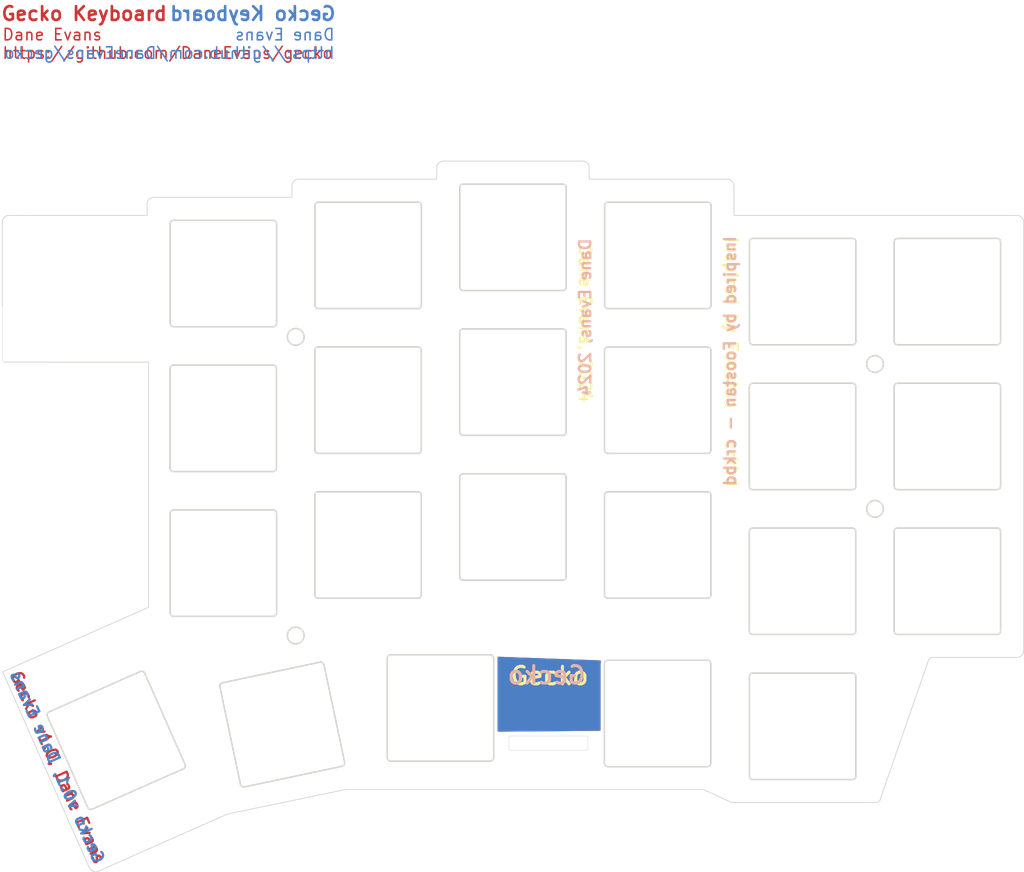
<source format=kicad_pcb>
(kicad_pcb (version 20240108) (generator "pcbnew") (generator_version "8.0")
  (layers (0 "F.Cu" signal) (31 "B.Cu" signal) (34 "B.Paste" user) (35 "F.Paste" user) (36 "B.SilkS" user "B.Silkscreen") (37 "F.SilkS" user "F.Silkscreen") (38 "B.Mask" user) (39 "F.Mask" user) (44 "Edge.Cuts" user))
  (net 0 "")
  (footprint "Gecko kbd:gecko-copper_No_mask_small" (layer "F.Cu") (at 133.77 113.14)
    (property "Reference" "G***" (hide yes))
    (property "Value" "LOGO" (hide yes))
  )
  (footprint "Gecko kbd:gecko-copper_No_mask" (layer "F.Cu") (at 67.74 58.45 135)
    (property "Reference" "G***" (hide yes))
    (property "Value" "LOGO" (hide yes))
  )
  (footprint "Gecko kbd:gecko-copper_No_mask_small" (layer "F.Cu") (at 124.558962 113.262642 180)
    (property "Reference" "G***" (hide yes))
    (property "Value" "LOGO" (hide yes))
  )
  (footprint "Gecko kbd:GECKO_name" (layer "F.Cu") (at 67.027584 122.507339)
    (property "Reference" "REF**" (hide yes))
    (property "Value" "GECKO_name")
    (fp_text user "Gecko v1.0, Dane Evans" (at -8.887584 -13.777339 -66) (layer "F.Cu") (effects (font (size 1.5 1.5) (thickness 0.3) (bold yes)) (justify left bottom)))
  )
  (footprint "Gecko kbd:GECKO_name" (layer "F.Cu") (at 67.827584 127.307339)
    (property "Reference" "REF**" (hide yes))
    (property "Value" "GECKO_name")
    (fp_text user "Gecko v0.1, Dane Evans" (at 1.552416 6.782661 -66) (layer "B.Cu") (effects (font (size 1.5 1.5) (thickness 0.3) (bold yes)) (justify left bottom mirror)))
  )
  (footprint "Gecko kbd:gecko-copper_No_mask" (layer "F.Cu") (at 67.68342 58.554223 135)
    (property "Reference" "G***" (hide yes))
    (property "Value" "LOGO" (hide yes))
  )
  (footprint "Gecko kbd:gecko-copper_No_mask_small" (layer "B.Cu") (at 133.758964 113.310235)
    (property "Reference" "G***" (hide yes))
    (property "Value" "LOGO" (hide yes))
  )
  (footprint "Gecko kbd:gecko-copper_No_mask_small" (layer "B.Cu") (at 124.82 113.09 180)
    (property "Reference" "G***" (hide yes))
    (property "Value" "LOGO" (hide yes))
  )
  (gr_curve (pts (xy 169.581566 65.00721) (xy 169.581566 65.067961) (xy 169.581566 65.132879) (xy 169.559764 65.202499)) (stroke (width 0.2)) (layer "Edge.Cuts"))
  (gr_curve (pts (xy 150.492756 107.367543) (xy 150.5 107.41371) (xy 150.5 107.457588) (xy 150.5 107.5)) (stroke (width 0.2)) (layer "Edge.Cuts"))
  (gr_curve (pts (xy 117.704116 63.463005) (xy 117.750648 63.438839) (xy 117.794725 63.42714) (xy 117.833216 63.4211)) (stroke (width 0.2)) (layer "Edge.Cuts"))
  (gr_curve (pts (xy 79.38881 100.858691) (xy 79.381566 100.812524) (xy 79.381566 100.768646) (xy 79.381566 100.726234)) (stroke (width 0.2)) (layer "Edge.Cuts"))
  (gr_curve (pts (xy 169.558428 89.975154) (xy 169.565673 90.021322) (xy 169.565673 90.065199) (xy 169.565673 90.107611)) (stroke (width 0.2)) (layer "Edge.Cuts"))
  (gr_curve (pts (xy 96.009424 43.761729) (xy 95.903316 43.794957) (xy 95.807338 43.848146) (xy 95.719049 43.92211)) (stroke (width 0.1)) (layer "Edge.Cuts"))
  (gr_line (start 76.350004 48.480625) (end 76.350004 47.099375) (stroke (width 0.1)) (layer "Edge.Cuts"))
  (gr_line (start 115.450004 41.336875) (end 133.500004 41.336875) (stroke (width 0.1)) (layer "Edge.Cuts"))
  (gr_line (start 172.294099 125.698172) (end 171.25 125.7) (stroke (width 0.1)) (layer "Edge.Cuts"))
  (gr_line (start 174.615674 84.057605) (end 174.615674 71.057605) (stroke (width 0.2)) (layer "Edge.Cuts"))
  (gr_curve (pts (xy 131.416524 63.652297) (xy 131.44069 63.698829) (xy 131.452389 63.742906) (xy 131.458429 63.781398)) (stroke (width 0.2)) (layer "Edge.Cuts"))
  (gr_curve (pts (xy 93.076855 87.248036) (xy 93.12991 87.26465) (xy 93.177899 87.291244) (xy 93.222043 87.328226)) (stroke (width 0.2)) (layer "Edge.Cuts"))
  (gr_curve (pts (xy 174.622919 84.190062) (xy 174.615674 84.143894) (xy 174.615674 84.100017) (xy 174.615674 84.057605)) (stroke (width 0.2)) (layer "Edge.Cuts"))
  (gr_curve (pts (xy 169.065673 89.607611) (xy 169.126424 89.607611) (xy 169.191342 89.607611) (xy 169.260962 89.629413)) (stroke (width 0.2)) (layer "Edge.Cuts"))
  (gr_curve (pts (xy 155.933221 70.564854) (xy 155.979389 70.557609) (xy 156.023266 70.557609) (xy 156.065678 70.557609)) (stroke (width 0.2)) (layer "Edge.Cuts"))
  (gr_curve (pts (xy 79.526246 82.074883) (xy 79.485631 82.040858) (xy 79.445269 81.995035) (xy 79.415874 81.938433)) (stroke (width 0.2)) (layer "Edge.Cuts"))
  (gr_line (start 112.431566 47.24341) (end 112.431566 60.24341) (stroke (width 0.2)) (layer "Edge.Cuts"))
  (gr_curve (pts (xy 112.369288 66.028071) (xy 112.393454 66.074603) (xy 112.405153 66.118679) (xy 112.411193 66.157171)) (stroke (width 0.2)) (layer "Edge.Cuts"))
  (gr_curve (pts (xy 155.630716 65.268767) (xy 155.60655 65.222235) (xy 155.59485 65.178159) (xy 155.58881 65.139667)) (stroke (width 0.2)) (layer "Edge.Cuts"))
  (gr_curve (pts (xy 136.820382 98.823307) (xy 136.767328 98.806693) (xy 136.719339 98.780099) (xy 136.675195 98.743117)) (stroke (width 0.2)) (layer "Edge.Cuts"))
  (gr_curve (pts (xy 136.633558 46.904389) (xy 136.667583 46.863775) (xy 136.713406 46.823412) (xy 136.770008 46.794017)) (stroke (width 0.2)) (layer "Edge.Cuts"))
  (gr_curve (pts (xy 155.886276 65.485408) (xy 155.833222 65.468793) (xy 155.785232 65.442199) (xy 155.741088 65.405217)) (stroke (width 0.2)) (layer "Edge.Cuts"))
  (gr_line (start 169.075 122.686875) (end 156.075006 122.686875) (stroke (width 0.2)) (layer "Edge.Cuts"))
  (gr_curve (pts (xy 85.932866 110.541786) (xy 85.920297 110.482349) (xy 85.906866 110.418836) (xy 85.913793 110.346211)) (stroke (width 0.2)) (layer "Edge.Cuts"))
  (gr_curve (pts (xy 93.344922 81.872166) (xy 93.328308 81.92522) (xy 93.301713 81.973209) (xy 93.264731 82.017353)) (stroke (width 0.2)) (layer "Edge.Cuts"))
  (gr_line (start 103.050002 43.718125) (end 114.450004 43.718125) (stroke (width 0.1)) (layer "Edge.Cuts"))
  (gr_curve (pts (xy 136.537474 85.149819) (xy 136.554088 85.096765) (xy 136.580682 85.048776) (xy 136.617665 85.004632)) (stroke (width 0.2)) (layer "Edge.Cuts"))
  (gr_curve (pts (xy 130.965674 82.463855) (xy 131.026425 82.463855) (xy 131.091343 82.463855) (xy 131.160963 82.485657)) (stroke (width 0.2)) (layer "Edge.Cuts"))
  (gr_curve (pts (xy 188.51368 103.448086) (xy 188.479655 103.488701) (xy 188.433832 103.529063) (xy 188.37723 103.558459)) (stroke (width 0.2)) (layer "Edge.Cuts"))
  (gr_curve (pts (xy 174.920383 103.585807) (xy 174.867329 103.569193) (xy 174.81934 103.542598) (xy 174.775195 103.505616)) (stroke (width 0.2)) (layer "Edge.Cuts"))
  (gr_line (start 117.465674 76.913855) (end 117.465674 63.913855) (stroke (width 0.2)) (layer "Edge.Cuts"))
  (gr_curve (pts (xy 131.243123 58.314445) (xy 131.196591 58.338611) (xy 131.152515 58.350311) (xy 131.114023 58.356351)) (stroke (width 0.2)) (layer "Edge.Cuts"))
  (gr_curve (pts (xy 112.256212 84.947096) (xy 112.296827 84.981121) (xy 112.337189 85.026944) (xy 112.366585 85.083546)) (stroke (width 0.2)) (layer "Edge.Cuts"))
  (gr_line (start 188.115673 103.607609) (end 175.115678 103.607609) (stroke (width 0.2)) (layer "Edge.Cuts"))
  (gr_curve (pts (xy 150.531566 60.244867) (xy 150.531566 60.305618) (xy 150.531566 60.370536) (xy 150.509764 60.440157)) (stroke (width 0.2)) (layer "Edge.Cuts"))
  (gr_curve (pts (xy 98.517727 85.004626) (xy 98.551752 84.964011) (xy 98.597575 84.923649) (xy 98.654177 84.894253)) (stroke (width 0.2)) (layer "Edge.Cuts"))
  (gr_curve (pts (xy 188.310969 51.52923) (xy 188.364023 51.545844) (xy 188.412012 51.572438) (xy 188.456157 51.60942)) (stroke (width 0.2)) (layer "Edge.Cuts"))
  (gr_curve (pts (xy 169.565678 84.057609) (xy 169.565678 84.118361) (xy 169.565678 84.183278) (xy 169.543877 84.252899)) (stroke (width 0.2)) (layer "Edge.Cuts"))
  (gr_line (start 112.415735 85.345103) (end 112.415735 98.345103) (stroke (width 0.2)) (layer "Edge.Cuts"))
  (gr_curve (pts (xy 63.252171 114.424345) (xy 63.227577 114.368795) (xy 63.201297 114.309434) (xy 63.193048 114.236948)) (stroke (width 0.2)) (layer "Edge.Cuts"))
  (gr_curve (pts (xy 58.300004 48.480625) (xy 58.178501 48.480625) (xy 58.048666 48.480625) (xy 57.909424 48.524229)) (stroke (width 0.1)) (layer "Edge.Cuts"))
  (gr_curve (pts (xy 131.443872 77.109145) (xy 131.427258 77.162199) (xy 131.400663 77.210188) (xy 131.363681 77.254333)) (stroke (width 0.2)) (layer "Edge.Cuts"))
  (gr_curve (pts (xy 150.277232 79.745955) (xy 150.2307 79.770121) (xy 150.186623 79.781821) (xy 150.148132 79.787861)) (stroke (width 0.2)) (layer "Edge.Cuts"))
  (gr_curve (pts (xy 130.965674 63.413855) (xy 131.026425 63.413855) (xy 131.091343 63.413855) (xy 131.160964 63.435657)) (stroke (width 0.2)) (layer "Edge.Cuts"))
  (gr_line (start 77.350004 46.099375) (end 95.400004 46.099375) (stroke (width 0.1)) (layer "Edge.Cuts"))
  (gr_curve (pts (xy 108.308277 106.283479) (xy 108.354445 106.276234) (xy 108.398323 106.276234) (xy 108.440735 106.276234)) (stroke (width 0.2)) (layer "Edge.Cuts"))
  (gr_curve (pts (xy 79.881566 63.127871) (xy 79.820814 63.127871) (xy 79.755896 63.127871) (xy 79.686276 63.106069)) (stroke (width 0.2)) (layer "Edge.Cuts"))
  (gr_curve (pts (xy 136.754116 65.844255) (xy 136.800648 65.820089) (xy 136.844725 65.80839) (xy 136.883217 65.80235)) (stroke (width 0.2)) (layer "Edge.Cuts"))
  (gr_curve (pts (xy 191.040583 106.587021) (xy 191.146692 106.553793) (xy 191.24267 106.500604) (xy 191.330959 106.42664)) (stroke (width 0.1)) (layer "Edge.Cuts"))
  (gr_curve (pts (xy 174.854121 51.556578) (xy 174.900653 51.532412) (xy 174.94473 51.520713) (xy 174.983222 51.514673)) (stroke (width 0.2)) (layer "Edge.Cuts"))
  (gr_circle (center 95.900004 103.749375) (end 97.000004 103.749375) (stroke (width 0.2)) (fill none) (layer "Edge.Cuts"))
  (gr_curve (pts (xy 79.403368 87.530944) (xy 79.419982 87.47789) (xy 79.446576 87.429901) (xy 79.483558 87.385757)) (stroke (width 0.2)) (layer "Edge.Cuts"))
  (gr_curve (pts (xy 81.179848 121.243198) (xy 81.140565 121.268513) (xy 81.100444 121.286276) (xy 81.061663 121.303445)) (stroke (width 0.2)) (layer "Edge.Cuts"))
  (gr_curve (pts (xy 69.174563 126.566226) (xy 69.119012 126.59082) (xy 69.059652 126.617101) (xy 68.987165 126.62535)) (stroke (width 0.2)) (layer "Edge.Cuts"))
  (gr_curve (pts (xy 137.015674 79.795105) (xy 136.954923 79.795105) (xy 136.890005 79.795105) (xy 136.820384 79.773303)) (stroke (width 0.2)) (layer "Edge.Cuts"))
  (gr_line (start 136.531566 60.244867) (end 136.531566 47.244867) (stroke (width 0.2)) (layer "Edge.Cuts"))
  (gr_curve (pts (xy 169.406146 70.659592) (xy 169.446761 70.693617) (xy 169.487123 70.73944) (xy 169.516519 70.796042)) (stroke (width 0.2)) (layer "Edge.Cuts"))
  (gr_line (start 188.615674 71.057604) (end 188.615674 84.057605) (stroke (width 0.2)) (layer "Edge.Cuts"))
  (gr_curve (pts (xy 169.214023 65.499965) (xy 169.167855 65.50721) (xy 169.123978 65.50721) (xy 169.081566 65.50721)) (stroke (width 0.2)) (layer "Edge.Cuts"))
  (gr_curve (pts (xy 98.736276 60.721608) (xy 98.683222 60.704994) (xy 98.635232 60.6784) (xy 98.591088 60.641418)) (stroke (width 0.2)) (layer "Edge.Cuts"))
  (gr_curve (pts (xy 93.332416 87.464676) (xy 93.356582 87.511208) (xy 93.368281 87.555285) (xy 93.374321 87.593777)) (stroke (width 0.2)) (layer "Edge.Cuts"))
  (gr_curve (pts (xy 150.210962 84.866911) (xy 150.264016 84.883525) (xy 150.312005 84.910119) (xy 150.35615 84.947102)) (stroke (width 0.2)) (layer "Edge.Cuts"))
  (gr_curve (pts (xy 130.981566 44.363595) (xy 131.042317 44.363595) (xy 131.107235 44.363595) (xy 131.176855 44.385397)) (stroke (width 0.2)) (layer "Edge.Cuts"))
  (gr_line (start 117.981566 44.363595) (end 130.981566 44.363595) (stroke (width 0.2)) (layer "Edge.Cuts"))
  (gr_line (start 149.525 124) (end 102.475 124) (stroke (width 0.1)) (layer "Edge.Cuts"))
  (gr_curve (pts (xy 150.35615 84.947102) (xy 150.396764 84.981127) (xy 150.437126 85.02695) (xy 150.466522 85.083551)) (stroke (width 0.2)) (layer "Edge.Cuts"))
  (gr_curve (pts (xy 156.081566 65.50721) (xy 156.020814 65.50721) (xy 155.955896 65.50721) (xy 155.886276 65.485408)) (stroke (width 0.2)) (layer "Edge.Cuts"))
  (gr_line (start 111.931566 60.74341) (end 98.931566 60.74341) (stroke (width 0.2)) (layer "Edge.Cuts"))
  (gr_curve (pts (xy 155.820008 51.55636) (xy 155.86654 51.532194) (xy 155.910617 51.520494) (xy 155.949108 51.514454)) (stroke (width 0.2)) (layer "Edge.Cuts"))
  (gr_curve (pts (xy 98.431566 47.24341) (xy 98.431566 47.182659) (xy 98.431566 47.117741) (xy 98.453368 47.04812)) (stroke (width 0.2)) (layer "Edge.Cuts"))
  (gr_line (start 137.000006 107) (end 149.999998 106.999992) (stroke (width 0.2)) (layer "Edge.Cuts"))
  (gr_curve (pts (xy 93.014023 101.218989) (xy 92.967855 101.226234) (xy 92.923978 101.226234) (xy 92.881566 101.226234)) (stroke (width 0.2)) (layer "Edge.Cuts"))
  (gr_curve (pts (xy 131.306151 82.565847) (xy 131.346766 82.599872) (xy 131.387128 82.645695) (xy 131.416523 82.702297)) (stroke (width 0.2)) (layer "Edge.Cuts"))
  (gr_curve (pts (xy 99.037341 107.259602) (xy 99.096778 107.247033) (xy 99.160291 107.233602) (xy 99.232916 107.240528)) (stroke (width 0.2)) (layer "Edge.Cuts"))
  (gr_curve (pts (xy 169.567756 109.054418) (xy 169.575 109.100585) (xy 169.575 109.144463) (xy 169.575 109.186875)) (stroke (width 0.2)) (layer "Edge.Cuts"))
  (gr_curve (pts (xy 117.833217 82.4711) (xy 117.879384 82.463855) (xy 117.923262 82.463855) (xy 117.965674 82.463855)) (stroke (width 0.2)) (layer "Edge.Cuts"))
  (gr_curve (pts (xy 112.415735 98.345103) (xy 112.415735 98.405855) (xy 112.415735 98.470772) (xy 112.393933 98.540393)) (stroke (width 0.2)) (layer "Edge.Cuts"))
  (gr_curve (pts (xy 98.575257 98.743111) (xy 98.534643 98.709086) (xy 98.494281 98.663263) (xy 98.464885 98.606661)) (stroke (width 0.2)) (layer "Edge.Cuts"))
  (gr_curve (pts (xy 136.883215 84.852354) (xy 136.929382 84.845109) (xy 136.97326 84.845109) (xy 137.015672 84.845109)) (stroke (width 0.2)) (layer "Edge.Cuts"))
  (gr_line (start 96.400004 43.718125) (end 103.050002 43.718125) (stroke (width 0.1)) (layer "Edge.Cuts"))
  (gr_curve (pts (xy 136.53881 60.377324) (xy 136.531566 60.331156) (xy 136.531566 60.287279) (xy 136.531566 60.244867)) (stroke (width 0.2)) (layer "Edge.Cuts"))
  (gr_curve (pts (xy 190.650004 106.630625) (xy 190.771506 106.630625) (xy 190.901342 106.630625) (xy 191.040583 106.587021)) (stroke (width 0.1)) (layer "Edge.Cuts"))
  (gr_curve (pts (xy 99.391553 107.288946) (xy 99.438328 107.313833) (xy 99.487298 107.350314) (xy 99.527767 107.399609)) (stroke (width 0.2)) (layer "Edge.Cuts"))
  (gr_curve (pts (xy 188.24813 103.600364) (xy 188.201962 103.607609) (xy 188.158085 103.607609) (xy 188.115673 103.607609)) (stroke (width 0.2)) (layer "Edge.Cuts"))
  (gr_line (start 95.400004 46.099375) (end 95.400004 44.718125) (stroke (width 0.1)) (layer "Edge.Cuts"))
  (gr_curve (pts (xy 57.398304 48.961875) (xy 57.349972 49.050573) (xy 57.326573 49.138727) (xy 57.314493 49.21571)) (stroke (width 0.1)) (layer "Edge.Cuts"))
  (gr_circle (center 172.100002 87.080625) (end 173.200002 87.080625) (stroke (width 0.2)) (fill none) (layer "Edge.Cuts"))
  (gr_curve (pts (xy 121.636025 106.298036) (xy 121.689079 106.31465) (xy 121.737068 106.341244) (xy 121.781212 106.378226)) (stroke (width 0.2)) (layer "Edge.Cuts"))
  (gr_curve (pts (xy 79.541088 101.124242) (xy 79.500473 101.090216) (xy 79.460111 101.044393) (xy 79.430716 100.987792)) (stroke (width 0.2)) (layer "Edge.Cuts"))
  (gr_curve (pts (xy 136.675195 98.743117) (xy 136.63458 98.709091) (xy 136.594218 98.663269) (xy 136.564822 98.606667)) (stroke (width 0.2)) (layer "Edge.Cuts"))
  (gr_curve (pts (xy 169.343123 65.45806) (xy 169.296591 65.482225) (xy 169.252515 65.493925) (xy 169.214023 65.499965)) (stroke (width 0.2)) (layer "Edge.Cuts"))
  (gr_curve (pts (xy 117.487476 63.718565) (xy 117.50409 63.665511) (xy 117.530684 63.617522) (xy 117.567666 63.573378)) (stroke (width 0.2)) (layer "Edge.Cuts"))
  (gr_curve (pts (xy 121.93349 106.643777) (xy 121.940735 106.689944) (xy 121.940735 106.733822) (xy 121.940735 106.776234)) (stroke (width 0.2)) (layer "Edge.Cuts"))
  (gr_line (start 153.550004 44.718125) (end 153.550004 48.480624) (stroke (width 0.1)) (layer "Edge.Cuts"))
  (gr_curve (pts (xy 69.779482 134.801336) (xy 69.869779 134.777204) (xy 69.950022 134.741679) (xy 70.027584 134.707339)) (stroke (width 0.1)) (layer "Edge.Cuts"))
  (gr_curve (pts (xy 131.306151 63.515848) (xy 131.346766 63.549873) (xy 131.387128 63.595696) (xy 131.416524 63.652297)) (stroke (width 0.2)) (layer "Edge.Cuts"))
  (gr_curve (pts (xy 98.425682 79.422086) (xy 98.418438 79.375918) (xy 98.418438 79.33204) (xy 98.418438 79.289628)) (stroke (width 0.2)) (layer "Edge.Cuts"))
  (gr_line (start 57.343635 108.522088) (end 76.543635 100.032088) (stroke (width 0.1)) (layer "Edge.Cuts"))
  (gr_line (start 137.015674 65.795105) (end 150.015674 65.795105) (stroke (width 0.2)) (layer "Edge.Cuts"))
  (gr_curve (pts (xy 79.483558 49.287394) (xy 79.517583 49.246779) (xy 79.563406 49.206417) (xy 79.620008 49.177021)) (stroke (width 0.2)) (layer "Edge.Cuts"))
  (gr_line (start 112.418438 66.289628) (end 112.418438 79.289628) (stroke (width 0.2)) (layer "Edge.Cuts"))
  (gr_line (start 155.581566 65.00721) (end 155.581566 52.00721) (stroke (width 0.2)) (layer "Edge.Cuts"))
  (gr_curve (pts (xy 93.317574 68.415318) (xy 93.34174 68.46185) (xy 93.353439 68.505927) (xy 93.359479 68.544418)) (stroke (width 0.2)) (layer "Edge.Cuts"))
  (gr_curve (pts (xy 131.160963 82.485657) (xy 131.214018 82.502271) (xy 131.262007 82.528865) (xy 131.306151 82.565847)) (stroke (width 0.2)) (layer "Edge.Cuts"))
  (gr_curve (pts (xy 76.448304 46.57626) (xy 76.399972 46.669323) (xy 76.376573 46.757477) (xy 76.364493 46.83446)) (stroke (width 0.1)) (layer "Edge.Cuts"))
  (gr_curve (pts (xy 112.366585 85.083546) (xy 112.390751 85.130078) (xy 112.40245 85.174154) (xy 112.40849 85.212646)) (stroke (width 0.2)) (layer "Edge.Cuts"))
  (gr_curve (pts (xy 86.190511 109.983651) (xy 86.234181 109.967012) (xy 86.277109 109.957934) (xy 86.318604 109.949159)) (stroke (width 0.2)) (layer "Edge.Cuts"))
  (gr_curve (pts (xy 112.179996 79.740478) (xy 112.133464 79.764644) (xy 112.089387 79.776344) (xy 112.050895 79.782384)) (stroke (width 0.2)) (layer "Edge.Cuts"))
  (gr_curve (pts (xy 88.656915 123.388616) (xy 88.640276 123.344946) (xy 88.631198 123.302018) (xy 88.622424 123.260523)) (stroke (width 0.2)) (layer "Edge.Cuts"))
  (gr_curve (pts (xy 107.947979 119.908691) (xy 107.940735 119.862524) (xy 107.940735 119.818646) (xy 107.940735 119.776234)) (stroke (width 0.2)) (layer "Edge.Cuts"))
  (gr_curve (pts (xy 117.981566 58.363595) (xy 117.920814 58.363595) (xy 117.855896 58.363595) (xy 117.786276 58.341793)) (stroke (width 0.2)) (layer "Edge.Cuts"))
  (gr_line (start 156.065678 89.607609) (end 169.065673 89.607611) (stroke (width 0.2)) (layer "Edge.Cuts"))
  (gr_curve (pts (xy 169.532416 51.745652) (xy 169.556582 51.792184) (xy 169.568281 51.836261) (xy 169.574321 51.874752)) (stroke (width 0.2)) (layer "Edge.Cuts"))
  (gr_curve (pts (xy 93.076855 49.149673) (xy 93.12991 49.166287) (xy 93.177899 49.192882) (xy 93.222043 49.229864)) (stroke (width 0.2)) (layer "Edge.Cuts"))
  (gr_curve (pts (xy 188.608428 89.975151) (xy 188.615673 90.021319) (xy 188.615673 90.065197) (xy 188.615673 90.107609)) (stroke (width 0.2)) (layer "Edge.Cuts"))
  (gr_curve (pts (xy 174.664824 84.319162) (xy 174.640658 84.27263) (xy 174.628959 84.228554) (xy 174.622919 84.190062)) (stroke (width 0.2)) (layer "Edge.Cuts"))
  (gr_line (start 79.381566 100.726234) (end 79.381566 87.726234) (stroke (width 0.2)) (layer "Edge.Cuts"))
  (gr_curve (pts (xy 188.566523 70.796046) (xy 188.590689 70.842578) (xy 188.602389 70.886655) (xy 188.608429 70.925146)) (stroke (width 0.2)) (layer "Edge.Cuts"))
  (gr_curve (pts (xy 57.314493 49.21571) (xy 57.300004 49.308046) (xy 57.300004 49.395801) (xy 57.300004 49.480625)) (stroke (width 0.1)) (layer "Edge.Cuts"))
  (gr_curve (pts (xy 131.458429 82.831397) (xy 131.465674 82.877565) (xy 131.465674 82.921443) (xy 131.465674 82.963855)) (stroke (width 0.2)) (layer "Edge.Cuts"))
  (gr_curve (pts (xy 174.854116 70.606755) (xy 174.900648 70.582589) (xy 174.944725 70.570889) (xy 174.983217 70.564849)) (stroke (width 0.2)) (layer "Edge.Cuts"))
  (gr_curve (pts (xy 112.313742 98.685581) (xy 112.279717 98.726196) (xy 112.233894 98.766558) (xy 112.177292 98.795953)) (stroke (width 0.2)) (layer "Edge.Cuts"))
  (gr_line (start 153.550004 48.480624) (end 190.650002 48.480617) (stroke (width 0.1)) (layer "Edge.Cuts"))
  (gr_curve (pts (xy 76.959424 46.142979) (xy 76.853316 46.176207) (xy 76.757338 46.229396) (xy 76.669049 46.30336)) (stroke (width 0.1)) (layer "Edge.Cuts"))
  (gr_curve (pts (xy 112.193123 60.69426) (xy 112.146591 60.718426) (xy 112.102515 60.730126) (xy 112.064023 60.736166)) (stroke (width 0.2)) (layer "Edge.Cuts"))
  (gr_line (start 93.366724 68.676876) (end 93.366724 81.676876) (stroke (width 0.2)) (layer "Edge.Cuts"))
  (gr_curve (pts (xy 188.377237 65.458278) (xy 188.330705 65.482444) (xy 188.286628 65.494143) (xy 188.248137 65.500183)) (stroke (width 0.2)) (layer "Edge.Cuts"))
  (gr_line (start 136.500006 120.5) (end 136.500006 107.5) (stroke (width 0.2)) (layer "Edge.Cuts"))
  (gr_curve (pts (xy 117.625197 96.361863) (xy 117.584582 96.327838) (xy 117.54422 96.282015) (xy 117.514824 96.225413)) (stroke (width 0.2)) (layer "Edge.Cuts"))
  (gr_curve (pts (xy 136.5 107.5) (xy 136.5 107.439249) (xy 136.5 107.374331) (xy 136.521802 107.30471)) (stroke (width 0.2)) (layer "Edge.Cuts"))
  (gr_curve (pts (xy 131.098132 96.456611) (xy 131.051964 96.463855) (xy 131.008086 96.463855) (xy 130.965674 96.463855)) (stroke (width 0.2)) (layer "Edge.Cuts"))
  (gr_curve (pts (xy 131.432416 44.602038) (xy 131.456582 44.64857) (xy 131.468281 44.692646) (xy 131.474321 44.731138)) (stroke (width 0.2)) (layer "Edge.Cuts"))
  (gr_curve (pts (xy 117.530716 58.125153) (xy 117.50655 58.078621) (xy 117.49485 58.034544) (xy 117.48881 57.996053)) (stroke (width 0.2)) (layer "Edge.Cuts"))
  (gr_line (start 137.015678 84.845109) (end 150.01567 84.845101) (stroke (width 0.2)) (layer "Edge.Cuts"))
  (gr_arc (start 134.335185 118.638595) (mid 134.275456 118.780229) (end 134.133319 118.83875) (stroke (width 0.05)) (layer "Edge.Cuts"))
  (gr_line (start 169.581566 52.00721) (end 169.581566 65.00721) (stroke (width 0.2)) (layer "Edge.Cuts"))
  (gr_curve (pts (xy 79.415874 81.938433) (xy 79.391708 81.891902) (xy 79.380008 81.847825) (xy 79.373968 81.809333)) (stroke (width 0.2)) (layer "Edge.Cuts"))
  (gr_curve (pts (xy 190.914917 48.495106) (xy 190.822581 48.480617) (xy 190.734826 48.480617) (xy 190.650002 48.480617)) (stroke (width 0.1)) (layer "Edge.Cuts"))
  (gr_curve (pts (xy 114.548304 41.81376) (xy 114.499972 41.906823) (xy 114.476573 41.994977) (xy 114.464493 42.07196)) (stroke (width 0.1)) (layer "Edge.Cuts"))
  (gr_curve (pts (xy 117.514824 96.225413) (xy 117.490658 96.178881) (xy 117.478959 96.134804) (xy 117.472919 96.096313)) (stroke (width 0.2)) (layer "Edge.Cuts"))
  (gr_curve (pts (xy 136.522919 79.427563) (xy 136.515674 79.381395) (xy 136.515674 79.337517) (xy 136.515674 79.295105)) (stroke (width 0.2)) (layer "Edge.Cuts"))
  (gr_line (start 123.948127 118.636877) (end 123.948134 117.160155) (stroke (width 0.05)) (layer "Edge.Cuts"))
  (gr_curve (pts (xy 79.38881 62.760329) (xy 79.381566 62.714161) (xy 79.381566 62.670283) (xy 79.381566 62.627871)) (stroke (width 0.2)) (layer "Edge.Cuts"))
  (gr_line (start 98.915735 84.845103) (end 111.915735 84.845103) (stroke (width 0.2)) (layer "Edge.Cuts"))
  (gr_curve (pts (xy 93.143123 63.078721) (xy 93.096591 63.102887) (xy 93.052515 63.114587) (xy 93.014023 63.120627)) (stroke (width 0.2)) (layer "Edge.Cuts"))
  (gr_curve (pts (xy 150 107) (xy 150.060751 107) (xy 150.125669 107) (xy 150.19529 107.021802)) (stroke (width 0.2)) (layer "Edge.Cuts"))
  (gr_curve (pts (xy 81.280931 121.152617) (xy 81.248166 121.193551) (xy 81.212599 121.222093) (xy 81.179848 121.243198)) (stroke (width 0.2)) (layer "Edge.Cuts"))
  (gr_curve (pts (xy 131.481566 57.863595) (xy 131.481566 57.924347) (xy 131.481566 57.989265) (xy 131.459764 58.058885)) (stroke (width 0.2)) (layer "Edge.Cuts"))
  (gr_line (start 136.515674 79.295105) (end 136.515674 66.295105) (stroke (width 0.2)) (layer "Edge.Cuts"))
  (gr_curve (pts (xy 136.691088 60.642874) (xy 136.650473 60.608849) (xy 136.610111 60.563026) (xy 136.580716 60.506424)) (stroke (width 0.2)) (layer "Edge.Cuts"))
  (gr_curve (pts (xy 98.422979 98.477561) (xy 98.415735 98.431393) (xy 98.415735 98.387515) (xy 98.415735 98.345103)) (stroke (width 0.2)) (layer "Edge.Cuts"))
  (gr_curve (pts (xy 169.543871 103.302901) (xy 169.527256 103.355955) (xy 169.500662 103.403944) (xy 169.46368 103.448089)) (stroke (width 0.2)) (layer "Edge.Cuts"))
  (gr_curve (pts (xy 115.450004 41.336875) (xy 115.328501 41.336875) (xy 115.198666 41.336875) (xy 115.059424 41.380479)) (stroke (width 0.1)) (layer "Edge.Cuts"))
  (gr_curve (pts (xy 188.608435 51.874971) (xy 188.615679 51.921138) (xy 188.615679 51.965016) (xy 188.615679 52.007428)) (stroke (width 0.2)) (layer "Edge.Cuts"))
  (gr_curve (pts (xy 136.675197 79.693113) (xy 136.634582 79.659088) (xy 136.59422 79.613265) (xy 136.564824 79.556663)) (stroke (width 0.2)) (layer "Edge.Cuts"))
  (gr_line (start 121.440735 120.276234) (end 108.440735 120.276234) (stroke (width 0.2)) (layer "Edge.Cuts"))
  (gr_curve (pts (xy 117.583558 44.523118) (xy 117.617583 44.482503) (xy 117.663406 44.442141) (xy 117.720008 44.412745)) (stroke (width 0.2)) (layer "Edge.Cuts"))
  (gr_curve (pts (xy 93.264731 82.017353) (xy 93.230706 82.057968) (xy 93.184883 82.09833) (xy 93.128281 82.127726)) (stroke (width 0.2)) (layer "Edge.Cuts"))
  (gr_curve (pts (xy 68.906352 134.537266) (xy 68.979692 134.620839) (xy 69.067181 134.687069) (xy 69.170555 134.737856)) (stroke (width 0.1)) (layer "Edge.Cuts"))
  (gr_line (start 188.115679 65.507428) (end 175.115679 65.507428) (stroke (width 0.2)) (layer "Edge.Cuts"))
  (gr_curve (pts (xy 93.359479 68.544418) (xy 93.366724 68.590586) (xy 93.366724 68.634464) (xy 93.366724 68.676876)) (stroke (width 0.2)) (layer "Edge.Cuts"))
  (gr_curve (pts (xy 117.465674 63.913855) (xy 117.465674 63.853104) (xy 117.465674 63.788186) (xy 117.487476 63.718565)) (stroke (width 0.2)) (layer "Edge.Cuts"))
  (gr_curve (pts (xy 169.516522 89.846054) (xy 169.540688 89.892586) (xy 169.552388 89.936662) (xy 169.558428 89.975154)) (stroke (width 0.2)) (layer "Edge.Cuts"))
  (gr_curve (pts (xy 93.359764 62.823161) (xy 93.343149 62.876215) (xy 93.316555 62.924204) (xy 93.279573 62.968349)) (stroke (width 0.2)) (layer "Edge.Cuts"))
  (gr_curve (pts (xy 131.098131 77.406611) (xy 131.051964 77.413855) (xy 131.008086 77.413855) (xy 130.965674 77.413855)) (stroke (width 0.2)) (layer "Edge.Cuts"))
  (gr_curve (pts (xy 112.431566 60.24341) (xy 112.431566 60.304161) (xy 112.431566 60.369079) (xy 112.409764 60.4387)) (stroke (width 0.2)) (layer "Edge.Cuts"))
  (gr_curve (pts (xy 63.287684 113.915563) (xy 63.320449 113.874629) (xy 63.356016 113.846087) (xy 63.388767 113.824982)) (stroke (width 0.2)) (layer "Edge.Cuts"))
  (gr_curve (pts (xy 188.115673 89.607609) (xy 188.176424 89.607609) (xy 188.241342 89.607609) (xy 188.310963 89.629411)) (stroke (width 0.2)) (layer "Edge.Cuts"))
  (gr_curve (pts (xy 75.394052 108.501954) (xy 75.449603 108.47736) (xy 75.508963 108.451079) (xy 75.58145 108.44283)) (stroke (width 0.2)) (layer "Edge.Cuts"))
  (gr_curve (pts (xy 93.207201 68.278868) (xy 93.247816 68.312893) (xy 93.288178 68.358716) (xy 93.317574 68.415318)) (stroke (width 0.2)) (layer "Edge.Cuts"))
  (gr_curve (pts (xy 98.480716 60.504968) (xy 98.45655 60.458436) (xy 98.44485 60.414359) (xy 98.43881 60.375868)) (stroke (width 0.2)) (layer "Edge.Cuts"))
  (gr_curve (pts (xy 115.059424 41.380479) (xy 114.953316 41.413707) (xy 114.857338 41.466896) (xy 114.769049 41.54086)) (stroke (width 0.1)) (layer "Edge.Cuts"))
  (gr_curve (pts (xy 155.933215 89.614856) (xy 155.979383 89.607611) (xy 156.02326 89.607611) (xy 156.065673 89.607611)) (stroke (width 0.2)) (layer "Edge.Cuts"))
  (gr_line (start 98.415735 98.345103) (end 98.415735 85.345103) (stroke (width 0.2)) (layer "Edge.Cuts"))
  (gr_curve (pts (xy 93.374321 49.495414) (xy 93.381566 49.541582) (xy 93.381566 49.585459) (xy 93.381566 49.627871)) (stroke (width 0.2)) (layer "Edge.Cuts"))
  (gr_line (start 171.25 125.7) (end 153.2 125.7) (stroke (width 0.1)) (layer "Edge.Cuts"))
  (gr_curve (pts (xy 188.566529 51.74587) (xy 188.590695 51.792402) (xy 188.602395 51.836479) (xy 188.608435 51.874971)) (stroke (width 0.2)) (layer "Edge.Cuts"))
  (gr_curve (pts (xy 76.364493 46.83446) (xy 76.350004 46.926796) (xy 76.350004 47.014551) (xy 76.350004 47.099375)) (stroke (width 0.1)) (layer "Edge.Cuts"))
  (gr_curve (pts (xy 117.720008 44.412745) (xy 117.76654 44.38858) (xy 117.810617 44.37688) (xy 117.849108 44.37084)) (stroke (width 0.2)) (layer "Edge.Cuts"))
  (gr_curve (pts (xy 155.667671 70.717132) (xy 155.701696 70.676517) (xy 155.747519 70.636155) (xy 155.804121 70.606759)) (stroke (width 0.2)) (layer "Edge.Cuts"))
  (gr_curve (pts (xy 150.398008 120.840478) (xy 150.363982 120.881092) (xy 150.31816 120.921454) (xy 150.261558 120.95085)) (stroke (width 0.2)) (layer "Edge.Cuts"))
  (gr_curve (pts (xy 174.637476 70.862315) (xy 174.65409 70.809261) (xy 174.680685 70.761271) (xy 174.717667 70.717127)) (stroke (width 0.2)) (layer "Edge.Cuts"))
  (gr_circle (center 95.900002 64.45875) (end 97.000002 64.45875) (stroke (width 0.2)) (fill none) (layer "Edge.Cuts"))
  (gr_line (start 131.465674 82.963855) (end 131.465674 95.963855) (stroke (width 0.2)) (layer "Edge.Cuts"))
  (gr_line (start 150.531566 47.244867) (end 150.531566 60.244867) (stroke (width 0.2)) (layer "Edge.Cuts"))
  (gr_curve (pts (xy 169.516519 70.796042) (xy 169.540685 70.842574) (xy 169.552385 70.886651) (xy 169.558425 70.925142)) (stroke (width 0.2)) (layer "Edge.Cuts"))
  (gr_curve (pts (xy 112.272043 46.845403) (xy 112.312658 46.879428) (xy 112.35302 46.925251) (xy 112.382416 46.981852)) (stroke (width 0.2)) (layer "Edge.Cuts"))
  (gr_curve (pts (xy 79.686276 63.106069) (xy 79.633222 63.089455) (xy 79.585232 63.062861) (xy 79.541088 63.025879)) (stroke (width 0.2)) (layer "Edge.Cuts"))
  (gr_curve (pts (xy 188.115679 51.507428) (xy 188.17643 51.507428) (xy 188.241348 51.507428) (xy 188.310969 51.52923)) (stroke (width 0.2)) (layer "Edge.Cuts"))
  (gr_curve (pts (xy 76.669049 46.30336) (xy 76.58782 46.37141) (xy 76.507095 46.463056) (xy 76.448304 46.57626)) (stroke (width 0.1)) (layer "Edge.Cuts"))
  (gr_line (start 117.965674 82.463855) (end 130.965674 82.463855) (stroke (width 0.2)) (layer "Edge.Cuts"))
  (gr_curve (pts (xy 169.565673 103.107611) (xy 169.565673 103.168363) (xy 169.565673 103.23328) (xy 169.543871 103.302901)) (stroke (width 0.2)) (layer "Edge.Cuts"))
  (gr_curve (pts (xy 68.708363 134.197775) (xy 68.757551 134.308876) (xy 68.810112 134.427597) (xy 68.906352 134.537266)) (stroke (width 0.1)) (layer "Edge.Cuts"))
  (gr_curve (pts (xy 117.770384 96.442053) (xy 117.71733 96.425439) (xy 117.669341 96.398845) (xy 117.625197 96.361863)) (stroke (width 0.2)) (layer "Edge.Cuts"))
  (gr_curve (pts (xy 155.565673 90.107611) (xy 155.565673 90.04686) (xy 155.565673 89.981942) (xy 155.587475 89.912321)) (stroke (width 0.2)) (layer "Edge.Cuts"))
  (gr_curve (pts (xy 98.670008 46.79256) (xy 98.71654 46.768394) (xy 98.760617 46.756695) (xy 98.799108 46.750655)) (stroke (width 0.2)) (layer "Edge.Cuts"))
  (gr_line (start 98.931566 46.74341) (end 111.931566 46.74341) (stroke (width 0.2)) (layer "Edge.Cuts"))
  (gr_curve (pts (xy 102.179518 120.854503) (xy 102.138992 120.887773) (xy 102.09829 120.908339) (xy 102.06188 120.922211)) (stroke (width 0.2)) (layer "Edge.Cuts"))
  (gr_line (start 79.881566 87.226234) (end 92.881566 87.226234) (stroke (width 0.2)) (layer "Edge.Cuts"))
  (gr_arc (start 57.5 67.779999) (mid 57.359117 67.676411) (end 57.305396 67.51) (stroke (width 0.05)) (layer "Edge.Cuts"))
  (gr_curve (pts (xy 188.593877 65.202718) (xy 188.577263 65.255772) (xy 188.550669 65.303761) (xy 188.513687 65.347905)) (stroke (width 0.2)) (layer "Edge.Cuts"))
  (gr_curve (pts (xy 98.78598 65.796873) (xy 98.832148 65.789628) (xy 98.876026 65.789628) (xy 98.918438 65.789628)) (stroke (width 0.2)) (layer "Edge.Cuts"))
  (gr_curve (pts (xy 155.614829 84.319167) (xy 155.590663 84.272635) (xy 155.578963 84.228559) (xy 155.572923 84.190067)) (stroke (width 0.2)) (layer "Edge.Cuts"))
  (gr_curve (pts (xy 107.940735 106.776234) (xy 107.940735 106.715483) (xy 107.940735 106.650565) (xy 107.962537 106.580944)) (stroke (width 0.2)) (layer "Edge.Cuts"))
  (gr_curve (pts (xy 79.381566 49.627871) (xy 79.381566 49.56712) (xy 79.381566 49.502202) (xy 79.403368 49.432581)) (stroke (width 0.2)) (layer "Edge.Cuts"))
  (gr_curve (pts (xy 136.770008 46.794017) (xy 136.81654 46.769851) (xy 136.860617 46.758151) (xy 136.899108 46.752111)) (stroke (width 0.2)) (layer "Edge.Cuts"))
  (gr_curve (pts (xy 112.050895 79.782384) (xy 112.004728 79.789628) (xy 111.96085 79.789628) (xy 111.918438 79.789628)) (stroke (width 0.2)) (layer "Edge.Cuts"))
  (gr_curve (pts (xy 191.446017 48.799662) (xy 191.377967 48.718433) (xy 191.286321 48.637709) (xy 191.173118 48.578917)) (stroke (width 0.1)) (layer "Edge.Cuts"))
  (gr_curve (pts (xy 150.466523 66.033547) (xy 150.490689 66.080079) (xy 150.502389 66.124156) (xy 150.508429 66.162647)) (stroke (width 0.2)) (layer "Edge.Cuts"))
  (gr_line (start 169.065678 103.607609) (end 156.065678 103.607609) (stroke (width 0.2)) (layer "Edge.Cuts"))
  (gr_curve (pts (xy 150.45085 107.238442) (xy 150.475016 107.284974) (xy 150.486716 107.329051) (xy 150.492756 107.367543)) (stroke (width 0.2)) (layer "Edge.Cuts"))
  (gr_line (start 68.514952 126.311445) (end 63.252171 114.424345) (stroke (width 0.2)) (layer "Edge.Cuts"))
  (gr_curve (pts (xy 117.641088 58.261603) (xy 117.600473 58.227578) (xy 117.560111 58.181755) (xy 117.530716 58.125153)) (stroke (width 0.2)) (layer "Edge.Cuts"))
  (gr_curve (pts (xy 150.27723 98.795959) (xy 150.230698 98.820125) (xy 150.186621 98.831825) (xy 150.14813 98.837865)) (stroke (width 0.2)) (layer "Edge.Cuts"))
  (gr_curve (pts (xy 108.179177 106.325384) (xy 108.225709 106.301218) (xy 108.269786 106.289519) (xy 108.308277 106.283479)) (stroke (width 0.2)) (layer "Edge.Cuts"))
  (gr_curve (pts (xy 117.481566 44.863595) (xy 117.481566 44.802844) (xy 117.481566 44.737926) (xy 117.503368 44.668306)) (stroke (width 0.2)) (layer "Edge.Cuts"))
  (gr_curve (pts (xy 117.704116 82.513005) (xy 117.750648 82.488839) (xy 117.794725 82.47714) (xy 117.833217 82.4711)) (stroke (width 0.2)) (layer "Edge.Cuts"))
  (gr_curve (pts (xy 117.567666 63.573378) (xy 117.601691 63.532763) (xy 117.647514 63.492401) (xy 117.704116 63.463005)) (stroke (width 0.2)) (layer "Edge.Cuts"))
  (gr_curve (pts (xy 93.359764 100.921524) (xy 93.343149 100.974578) (xy 93.316555 101.022567) (xy 93.279573 101.066711)) (stroke (width 0.2)) (layer "Edge.Cuts"))
  (gr_curve (pts (xy 191.551704 106.15374) (xy 191.600035 106.060677) (xy 191.623435 105.972523) (xy 191.635515 105.89554)) (stroke (width 0.1)) (layer "Edge.Cuts"))
  (gr_curve (pts (xy 150.261558 120.95085) (xy 150.215026 120.975016) (xy 150.170949 120.986716) (xy 150.132458 120.992756)) (stroke (width 0.2)) (layer "Edge.Cuts"))
  (gr_curve (pts (xy 169.52585 108.925317) (xy 169.550016 108.971849) (xy 169.561716 109.015926) (xy 169.567756 109.054418)) (stroke (width 0.2)) (layer "Edge.Cuts"))
  (gr_curve (pts (xy 134.4564 41.946295) (xy 134.423172 41.840187) (xy 134.369983 41.744209) (xy 134.296019 41.65592)) (stroke (width 0.1)) (layer "Edge.Cuts"))
  (gr_line (start 79.881566 49.127871) (end 92.881566 49.127871) (stroke (width 0.2)) (layer "Edge.Cuts"))
  (gr_curve (pts (xy 188.37723 103.558459) (xy 188.330698 103.582625) (xy 188.286622 103.594324) (xy 188.24813 103.600364)) (stroke (width 0.2)) (layer "Edge.Cuts"))
  (gr_curve (pts (xy 98.918438 79.789628) (xy 98.857687 79.789628) (xy 98.792769 79.789628) (xy 98.723148 79.767826)) (stroke (width 0.2)) (layer "Edge.Cuts"))
  (gr_curve (pts (xy 93.222043 87.328226) (xy 93.262658 87.362252) (xy 93.30302 87.408075) (xy 93.332416 87.464676)) (stroke (width 0.2)) (layer "Edge.Cuts"))
  (gr_curve (pts (xy 79.381566 87.726234) (xy 79.381566 87.665483) (xy 79.381566 87.600565) (xy 79.403368 87.530944)) (stroke (width 0.2)) (layer "Edge.Cuts"))
  (gr_curve (pts (xy 79.483558 87.385757) (xy 79.517583 87.345142) (xy 79.563406 87.30478) (xy 79.620008 87.275384)) (stroke (width 0.2)) (layer "Edge.Cuts"))
  (gr_curve (pts (xy 155.596802 108.991585) (xy 155.613416 108.938531) (xy 155.64001 108.890542) (xy 155.676993 108.846398)) (stroke (width 0.2)) (layer "Edge.Cuts"))
  (gr_curve (pts (xy 79.866724 82.176876) (xy 79.805972 82.176876) (xy 79.741055 82.176876) (xy 79.671434 82.155074)) (stroke (width 0.2)) (layer "Edge.Cuts"))
  (gr_curve (pts (xy 92.866724 68.176876) (xy 92.927475 68.176876) (xy 92.992393 68.176876) (xy 93.062013 68.198678)) (stroke (width 0.2)) (layer "Edge.Cuts"))
  (gr_curve (pts (xy 153.073119 43.816425) (xy 152.980056 43.768093) (xy 152.891902 43.744694) (xy 152.814919 43.732614)) (stroke (width 0.1)) (layer "Edge.Cuts"))
  (gr_curve (pts (xy 136.553368 47.049577) (xy 136.569982 46.996523) (xy 136.596576 46.948534) (xy 136.633558 46.904389)) (stroke (width 0.2)) (layer "Edge.Cuts"))
  (gr_curve (pts (xy 155.572923 84.190067) (xy 155.565679 84.143899) (xy 155.565679 84.100022) (xy 155.565679 84.05761)) (stroke (width 0.2)) (layer "Edge.Cuts"))
  (gr_curve (pts (xy 188.456157 51.60942) (xy 188.496771 51.643446) (xy 188.537133 51.689269) (xy 188.566529 51.74587)) (stroke (width 0.2)) (layer "Edge.Cuts"))
  (gr_curve (pts (xy 169.075 108.686875) (xy 169.135751 108.686875) (xy 169.200669 108.686875) (xy 169.27029 108.708677)) (stroke (width 0.2)) (layer "Edge.Cuts"))
  (gr_curve (pts (xy 155.870389 84.535808) (xy 155.817335 84.519193) (xy 155.769346 84.492599) (xy 155.725201 84.455617)) (stroke (width 0.2)) (layer "Edge.Cuts"))
  (gr_curve (pts (xy 136.738442 107.04915) (xy 136.784974 107.024984) (xy 136.829051 107.013285) (xy 136.867543 107.007245)) (stroke (width 0.2)) (layer "Edge.Cuts"))
  (gr_curve (pts (xy 150.14813 98.837865) (xy 150.101962 98.845109) (xy 150.058084 98.845109) (xy 150.015672 98.845109)) (stroke (width 0.2)) (layer "Edge.Cuts"))
  (gr_curve (pts (xy 98.783277 84.852348) (xy 98.829445 84.845103) (xy 98.873323 84.845103) (xy 98.915735 84.845103)) (stroke (width 0.2)) (layer "Edge.Cuts"))
  (gr_curve (pts (xy 169.543877 84.252899) (xy 169.527262 84.305953) (xy 169.500668 84.353942) (xy 169.463686 84.398087)) (stroke (width 0.2)) (layer "Edge.Cuts"))
  (gr_curve (pts (xy 98.799108 46.750655) (xy 98.845276 46.74341) (xy 98.889154 46.74341) (xy 98.931566 46.74341)) (stroke (width 0.2)) (layer "Edge.Cuts"))
  (gr_curve (pts (xy 169.559764 65.202499) (xy 169.543149 65.255554) (xy 169.516555 65.303543) (xy 169.479573 65.347687)) (stroke (width 0.2)) (layer "Edge.Cuts"))
  (gr_curve (pts (xy 112.048192 98.837859) (xy 112.002024 98.845103) (xy 111.958147 98.845103) (xy 111.915735 98.845103)) (stroke (width 0.2)) (layer "Edge.Cuts"))
  (gr_curve (pts (xy 114.464493 42.07196) (xy 114.450004 42.164296) (xy 114.450004 42.252051) (xy 114.450004 42.336875)) (stroke (width 0.1)) (layer "Edge.Cuts"))
  (gr_curve (pts (xy 92.999181 82.169631) (xy 92.953013 82.176876) (xy 92.909136 82.176876) (xy 92.866724 82.176876)) (stroke (width 0.2)) (layer "Edge.Cuts"))
  (gr_line (start 92.866724 82.176876) (end 79.866724 82.176876) (stroke (width 0.2)) (layer "Edge.Cuts"))
  (gr_line (start 153.2 125.7) (end 149.525 124) (stroke (width 0.1)) (layer "Edge.Cuts"))
  (gr_curve (pts (xy 131.227232 77.364705) (xy 131.1807 77.388871) (xy 131.136623 77.400571) (xy 131.098131 77.406611)) (stroke (width 0.2)) (layer "Edge.Cuts"))
  (gr_curve (pts (xy 96.400004 43.718125) (xy 96.278501 43.718125) (xy 96.148666 43.718125) (xy 96.009424 43.761729)) (stroke (width 0.1)) (layer "Edge.Cuts"))
  (gr_curve (pts (xy 191.635515 105.89554) (xy 191.650004 105.803204) (xy 191.650004 105.715449) (xy 191.650004 105.630625)) (stroke (width 0.1)) (layer "Edge.Cuts"))
  (gr_curve (pts (xy 93.374321 87.593777) (xy 93.381566 87.639944) (xy 93.381566 87.683822) (xy 93.381566 87.726234)) (stroke (width 0.2)) (layer "Edge.Cuts"))
  (gr_curve (pts (xy 150.132458 120.992756) (xy 150.08629 121) (xy 150.042412 121) (xy 150 121)) (stroke (width 0.2)) (layer "Edge.Cuts"))
  (gr_curve (pts (xy 175.115673 103.607609) (xy 175.054921 103.607609) (xy 174.990004 103.607609) (xy 174.920383 103.585807)) (stroke (width 0.2)) (layer "Edge.Cuts"))
  (gr_curve (pts (xy 112.393933 98.540393) (xy 112.377319 98.593447) (xy 112.350724 98.641436) (xy 112.313742 98.685581)) (stroke (width 0.2)) (layer "Edge.Cuts"))
  (gr_line (start 174.615679 65.007428) (end 174.615679 52.007428) (stroke (width 0.2)) (layer "Edge.Cuts"))
  (gr_curve (pts (xy 155.725195 103.505619) (xy 155.68458 103.471594) (xy 155.644218 103.425771) (xy 155.614823 103.369169)) (stroke (width 0.2)) (layer "Edge.Cuts"))
  (gr_curve (pts (xy 98.43881 60.375868) (xy 98.431566 60.3297) (xy 98.431566 60.285822) (xy 98.431566 60.24341)) (stroke (width 0.2)) (layer "Edge.Cuts"))
  (gr_curve (pts (xy 169.558425 70.925142) (xy 169.565669 70.97131) (xy 169.565669 71.015188) (xy 169.565669 71.0576)) (stroke (width 0.2)) (layer "Edge.Cuts"))
  (gr_curve (pts (xy 93.279573 101.066711) (xy 93.245548 101.107326) (xy 93.199725 101.147688) (xy 93.143123 101.177084)) (stroke (width 0.2)) (layer "Edge.Cuts"))
  (gr_curve (pts (xy 156.075 122.686875) (xy 156.014249 122.686875) (xy 155.949331 122.686875) (xy 155.87971 122.665073)) (stroke (width 0.2)) (layer "Edge.Cuts"))
  (gr_curve (pts (xy 155.870383 103.585809) (xy 155.817328 103.569195) (xy 155.769339 103.542601) (xy 155.725195 103.505619)) (stroke (width 0.2)) (layer "Edge.Cuts"))
  (gr_curve (pts (xy 79.734266 68.18412) (xy 79.780434 68.176876) (xy 79.824312 68.176876) (xy 79.866724 68.176876)) (stroke (width 0.2)) (layer "Edge.Cuts"))
  (gr_curve (pts (xy 117.625196 77.311863) (xy 117.584582 77.277837) (xy 117.54422 77.232015) (xy 117.514824 77.175413)) (stroke (width 0.2)) (layer "Edge.Cuts"))
  (gr_curve (pts (xy 169.553198 122.382165) (xy 169.536584 122.435219) (xy 169.50999 122.483208) (xy 169.473008 122.527353)) (stroke (width 0.2)) (layer "Edge.Cuts"))
  (gr_curve (pts (xy 88.860838 123.616916) (xy 88.814063 123.59203) (xy 88.765094 123.555549) (xy 88.724624 123.506253)) (stroke (width 0.2)) (layer "Edge.Cuts"))
  (gr_curve (pts (xy 136.522917 98.477567) (xy 136.515672 98.431399) (xy 136.515672 98.387521) (xy 136.515672 98.345109)) (stroke (width 0.2)) (layer "Edge.Cuts"))
  (gr_curve (pts (xy 79.686276 101.204432) (xy 79.633222 101.187818) (xy 79.585232 101.161224) (xy 79.541088 101.124242)) (stroke (width 0.2)) (layer "Edge.Cuts"))
  (gr_curve (pts (xy 155.725201 84.455617) (xy 155.684587 84.421592) (xy 155.644224 84.375769) (xy 155.614829 84.319167)) (stroke (width 0.2)) (layer "Edge.Cuts"))
  (gr_curve (pts (xy 112.316445 79.630106) (xy 112.28242 79.670721) (xy 112.236597 79.711083) (xy 112.179996 79.740478)) (stroke (width 0.2)) (layer "Edge.Cuts"))
  (gr_curve (pts (xy 63.388767 113.824982) (xy 63.42805 113.799667) (xy 63.468171 113.781904) (xy 63.506953 113.764735)) (stroke (width 0.2)) (layer "Edge.Cuts"))
  (gr_curve (pts (xy 131.363682 96.304333) (xy 131.329656 96.344948) (xy 131.283834 96.38531) (xy 131.227232 96.414705)) (stroke (width 0.2)) (layer "Edge.Cuts"))
  (gr_curve (pts (xy 57.909424 48.524229) (xy 57.803316 48.557457) (xy 57.707338 48.610646) (xy 57.619049 48.68461)) (stroke (width 0.1)) (layer "Edge.Cuts"))
  (gr_curve (pts (xy 98.591088 60.641418) (xy 98.550473 60.607393) (xy 98.510111 60.56157) (xy 98.480716 60.504968)) (stroke (width 0.2)) (layer "Edge.Cuts"))
  (gr_line (start 79.381566 62.627871) (end 79.381566 49.627871) (stroke (width 0.2)) (layer "Edge.Cuts"))
  (gr_line (start 191.650002 49.480617) (end 191.650004 105.630625) (stroke (width 0.1)) (layer "Edge.Cuts"))
  (gr_curve (pts (xy 188.513687 65.347905) (xy 188.479662 65.38852) (xy 188.433839 65.428882) (xy 188.377237 65.458278)) (stroke (width 0.2)) (layer "Edge.Cuts"))
  (gr_curve (pts (xy 98.720445 98.823301) (xy 98.667391 98.806687) (xy 98.619402 98.780093) (xy 98.575257 98.743111)) (stroke (width 0.2)) (layer "Edge.Cuts"))
  (gr_curve (pts (xy 79.749108 49.135116) (xy 79.795276 49.127871) (xy 79.839154 49.127871) (xy 79.881566 49.127871)) (stroke (width 0.2)) (layer "Edge.Cuts"))
  (gr_curve (pts (xy 121.440735 106.276234) (xy 121.501486 106.276234) (xy 121.566404 106.276234) (xy 121.636025 106.298036)) (stroke (width 0.2)) (layer "Edge.Cuts"))
  (gr_curve (pts (xy 169.574321 51.874752) (xy 169.581566 51.92092) (xy 169.581566 51.964798) (xy 169.581566 52.00721)) (stroke (width 0.2)) (layer "Edge.Cuts"))
  (gr_curve (pts (xy 79.620008 87.275384) (xy 79.66654 87.251218) (xy 79.710617 87.239519) (xy 79.749108 87.233479)) (stroke (width 0.2)) (layer "Edge.Cuts"))
  (gr_curve (pts (xy 131.363681 77.254333) (xy 131.329656 77.294947) (xy 131.283833 77.335309) (xy 131.227232 77.364705)) (stroke (width 0.2)) (layer "Edge.Cuts"))
  (gr_curve (pts (xy 79.403368 49.432581) (xy 79.419982 49.379527) (xy 79.446576 49.331538) (xy 79.483558 49.287394)) (stroke (width 0.2)) (layer "Edge.Cuts"))
  (gr_curve (pts (xy 117.567667 82.623378) (xy 117.601692 82.582763) (xy 117.647515 82.542401) (xy 117.704116 82.513005)) (stroke (width 0.2)) (layer "Edge.Cuts"))
  (gr_curve (pts (xy 174.920384 84.535803) (xy 174.86733 84.519188) (xy 174.819341 84.492594) (xy 174.775197 84.455612)) (stroke (width 0.2)) (layer "Edge.Cuts"))
  (gr_line (start 117.965674 63.413855) (end 130.965674 63.413855) (stroke (width 0.2)) (layer "Edge.Cuts"))
  (gr_curve (pts (xy 79.373968 81.809333) (xy 79.366724 81.763165) (xy 79.366724 81.719288) (xy 79.366724 81.676876)) (stroke (width 0.2)) (layer "Edge.Cuts"))
  (gr_line (start 76.543635 67.782088) (end 57.5 67.779999) (stroke (width 0.1)) (layer "Edge.Cuts"))
  (gr_curve (pts (xy 107.962537 106.580944) (xy 107.979151 106.52789) (xy 108.005745 106.479901) (xy 108.042727 106.435757)) (stroke (width 0.2)) (layer "Edge.Cuts"))
  (gr_line (start 124.15 116.96) (end 134.135037 116.960007) (stroke (width 0.05)) (layer "Edge.Cuts"))
  (gr_line (start 111.918438 79.789628) (end 98.918438 79.789628) (stroke (width 0.2)) (layer "Edge.Cuts"))
  (gr_line (start 57.300004 49.480625) (end 57.31 60.38) (stroke (width 0.1)) (layer "Edge.Cuts"))
  (gr_curve (pts (xy 188.248132 84.55036) (xy 188.201964 84.557605) (xy 188.158086 84.557605) (xy 188.115674 84.557605)) (stroke (width 0.2)) (layer "Edge.Cuts"))
  (gr_curve (pts (xy 117.849108 44.37084) (xy 117.895276 44.363595) (xy 117.939154 44.363595) (xy 117.981566 44.363595)) (stroke (width 0.2)) (layer "Edge.Cuts"))
  (gr_curve (pts (xy 134.023119 41.435175) (xy 133.930056 41.386843) (xy 133.841902 41.363444) (xy 133.764919 41.351364)) (stroke (width 0.1)) (layer "Edge.Cuts"))
  (gr_curve (pts (xy 98.57796 79.687636) (xy 98.537346 79.653611) (xy 98.496984 79.607788) (xy 98.467588 79.551186)) (stroke (width 0.2)) (layer "Edge.Cuts"))
  (gr_curve (pts (xy 63.207597 114.071726) (xy 63.222267 114.020814) (xy 63.247828 113.965356) (xy 63.287684 113.915563)) (stroke (width 0.2)) (layer "Edge.Cuts"))
  (gr_curve (pts (xy 117.48881 57.996053) (xy 117.481566 57.949885) (xy 117.481566 57.906007) (xy 117.481566 57.863595)) (stroke (width 0.2)) (layer "Edge.Cuts"))
  (gr_line (start 107.940735 119.776234) (end 107.940735 106.776234) (stroke (width 0.2)) (layer "Edge.Cuts"))
  (gr_line (start 137.031566 46.744867) (end 150.031566 46.744867) (stroke (width 0.2)) (layer "Edge.Cuts"))
  (gr_line (start 98.418438 79.289628) (end 98.418438 66.289628) (stroke (width 0.2)) (layer "Edge.Cuts"))
  (gr_curve (pts (xy 188.615674 84.057605) (xy 188.615674 84.118356) (xy 188.615674 84.183274) (xy 188.593872 84.252894)) (stroke (width 0.2)) (layer "Edge.Cuts"))
  (gr_line (start 150.515674 66.295105) (end 150.515674 79.295105) (stroke (width 0.2)) (layer "Edge.Cuts"))
  (gr_curve (pts (xy 155.949108 51.514454) (xy 155.995276 51.50721) (xy 156.039154 51.50721) (xy 156.081566 51.50721)) (stroke (width 0.2)) (layer "Edge.Cuts"))
  (gr_line (start 169.565669 71.0576) (end 169.565678 84.057609) (stroke (width 0.2)) (layer "Edge.Cuts"))
  (gr_curve (pts (xy 68.821944 126.610801) (xy 68.771031 126.59613) (xy 68.715574 126.57057) (xy 68.665781 126.530714)) (stroke (width 0.2)) (layer "Edge.Cuts"))
  (gr_curve (pts (xy 150.164023 60.737622) (xy 150.117855 60.744867) (xy 150.073978 60.744867) (xy 150.031566 60.744867)) (stroke (width 0.2)) (layer "Edge.Cuts"))
  (gr_curve (pts (xy 68.665781 126.530714) (xy 68.624846 126.497949) (xy 68.596305 126.462381) (xy 68.575199 126.42963)) (stroke (width 0.2)) (layer "Edge.Cuts"))
  (gr_curve (pts (xy 79.671434 82.155074) (xy 79.61838 82.13846) (xy 79.570391 82.111865) (xy 79.526246 82.074883)) (stroke (width 0.2)) (layer "Edge.Cuts"))
  (gr_curve (pts (xy 136.531566 47.244867) (xy 136.531566 47.184115) (xy 136.531566 47.119198) (xy 136.553368 47.049577)) (stroke (width 0.2)) (layer "Edge.Cuts"))
  (gr_line (start 155.565679 84.05761) (end 155.565679 71.057609) (stroke (width 0.2)) (layer "Edge.Cuts"))
  (gr_line (start 99.629968 107.645339) (end 102.319525 120.364077) (stroke (width 0.2)) (layer "Edge.Cuts"))
  (gr_line (start 150.031566 60.744867) (end 137.031566 60.744867) (stroke (width 0.2)) (layer "Edge.Cuts"))
  (gr_curve (pts (xy 98.44024 66.094339) (xy 98.456854 66.041284) (xy 98.483448 65.993295) (xy 98.52043 65.949151)) (stroke (width 0.2)) (layer "Edge.Cuts"))
  (gr_curve (pts (xy 191.650002 49.480617) (xy 191.650002 49.359115) (xy 191.650002 49.229279) (xy 191.606398 49.090038)) (stroke (width 0.1)) (layer "Edge.Cuts"))
  (gr_curve (pts (xy 57.619049 48.68461) (xy 57.53782 48.75266) (xy 57.457095 48.844306) (xy 57.398304 48.95751)) (stroke (width 0.1)) (layer "Edge.Cuts"))
  (gr_line (start 130.965674 77.413855) (end 117.965674 77.413855) (stroke (width 0.2)) (layer "Edge.Cuts"))
  (gr_curve (pts (xy 169.32723 103.558461) (xy 169.280698 103.582627) (xy 169.236622 103.594327) (xy 169.19813 103.600367)) (stroke (width 0.2)) (layer "Edge.Cuts"))
  (gr_line (start 131.465674 63.913855) (end 131.465674 76.913855) (stroke (width 0.2)) (layer "Edge.Cuts"))
  (gr_curve (pts (xy 117.965674 96.463855) (xy 117.904923 96.463855) (xy 117.840005 96.463855) (xy 117.770384 96.442053)) (stroke (width 0.2)) (layer "Edge.Cuts"))
  (gr_curve (pts (xy 175.115674 84.557605) (xy 175.054923 84.557605) (xy 174.990005 84.557605) (xy 174.920384 84.535803)) (stroke (width 0.2)) (layer "Edge.Cuts"))
  (gr_curve (pts (xy 117.503368 44.668306) (xy 117.519982 44.615251) (xy 117.546576 44.567262) (xy 117.583558 44.523118)) (stroke (width 0.2)) (layer "Edge.Cuts"))
  (gr_curve (pts (xy 150.031566 46.744867) (xy 150.092317 46.744867) (xy 150.157235 46.744867) (xy 150.226855 46.766669)) (stroke (width 0.2)) (layer "Edge.Cuts"))
  (gr_line (start 98.918438 65.789628) (end 111.918438 65.789628) (stroke (width 0.2)) (layer "Edge.Cuts"))
  (gr_curve (pts (xy 137 121) (xy 136.939249 121) (xy 136.874331 121) (xy 136.80471 120.978198)) (stroke (width 0.2)) (layer "Edge.Cuts"))
  (gr_line (start 179.152296 106.94224) (end 172.74597 125.409733) (stroke (width 0.1)) (layer "Edge.Cuts"))
  (gr_curve (pts (xy 150.41368 98.685587) (xy 150.379654 98.726201) (xy 150.333832 98.766563) (xy 150.27723 98.795959)) (stroke (width 0.2)) (layer "Edge.Cuts"))
  (gr_curve (pts (xy 136.754114 84.894259) (xy 136.800646 84.870093) (xy 136.844723 84.858394) (xy 136.883215 84.852354)) (stroke (width 0.2)) (layer "Edge.Cuts"))
  (gr_curve (pts (xy 131.458429 63.781398) (xy 131.465674 63.827565) (xy 131.465674 63.871443) (xy 131.465674 63.913855)) (stroke (width 0.2)) (layer "Edge.Cuts"))
  (gr_line (start 136.515678 98.345109) (end 136.515678 85.345109) (stroke (width 0.2)) (layer "Edge.Cuts"))
  (gr_curve (pts (xy 169.463686 84.398087) (xy 169.429661 84.438702) (xy 169.383838 84.479064) (xy 169.327236 84.508459)) (stroke (width 0.2)) (layer "Edge.Cuts"))
  (gr_line (start 169.565673 90.107611) (end 169.565678 103.107609) (stroke (width 0.2)) (layer "Edge.Cuts"))
  (gr_curve (pts (xy 102.290181 120.718289) (xy 102.265294 120.765064) (xy 102.228813 120.814033) (xy 102.179518 120.854503)) (stroke (width 0.2)) (layer "Edge.Cuts"))
  (gr_curve (pts (xy 93.143123 101.177084) (xy 93.096591 101.20125) (xy 93.052515 101.212949) (xy 93.014023 101.218989)) (stroke (width 0.2)) (layer "Edge.Cuts"))
  (gr_curve (pts (xy 108.440735 120.276234) (xy 108.379983 120.276234) (xy 108.315066 120.276234) (xy 108.245445 120.254432)) (stroke (width 0.2)) (layer "Edge.Cuts"))
  (gr_curve (pts (xy 174.664823 103.369166) (xy 174.640657 103.322634) (xy 174.628957 103.278558) (xy 174.622917 103.240066)) (stroke (width 0.2)) (layer "Edge.Cuts"))
  (gr_curve (pts (xy 188.248137 65.500183) (xy 188.201969 65.507428) (xy 188.158091 65.507428) (xy 188.115679 65.507428)) (stroke (width 0.2)) (layer "Edge.Cuts"))
  (gr_curve (pts (xy 150.148132 79.787861) (xy 150.101964 79.795105) (xy 150.058086 79.795105) (xy 150.015674 79.795105)) (stroke (width 0.2)) (layer "Edge.Cuts"))
  (gr_curve (pts (xy 75.993416 108.63855) (xy 76.01873 108.677832) (xy 76.036493 108.717954) (xy 76.053663 108.756735)) (stroke (width 0.2)) (layer "Edge.Cuts"))
  (gr_line (start 155.575006 122.186875) (end 155.575006 109.186875) (stroke (width 0.2)) (layer "Edge.Cuts"))
  (gr_curve (pts (xy 150.372043 46.846859) (xy 150.412658 46.880884) (xy 150.45302 46.926707) (xy 150.482416 46.983309)) (stroke (width 0.2)) (layer "Edge.Cuts"))
  (gr_curve (pts (xy 98.437537 85.149814) (xy 98.454151 85.096759) (xy 98.480745 85.04877) (xy 98.517727 85.004626)) (stroke (width 0.2)) (layer "Edge.Cuts"))
  (gr_curve (pts (xy 121.891585 106.514676) (xy 121.915751 106.561208) (xy 121.92745 106.605285) (xy 121.93349 106.643777)) (stroke (width 0.2)) (layer "Edge.Cuts"))
  (gr_curve (pts (xy 155.813442 108.736025) (xy 155.859974 108.711859) (xy 155.904051 108.70016) (xy 155.942543 108.69412)) (stroke (width 0.2)) (layer "Edge.Cuts"))
  (gr_curve (pts (xy 169.46368 103.448089) (xy 169.429655 103.488703) (xy 169.383832 103.529066) (xy 169.32723 103.558461)) (stroke (width 0.2)) (layer "Edge.Cuts"))
  (gr_curve (pts (xy 150.340478 107.101993) (xy 150.381092 107.136018) (xy 150.421454 107.181841) (xy 150.45085 107.238442)) (stroke (width 0.2)) (layer "Edge.Cuts"))
  (gr_curve (pts (xy 188.115673 70.557604) (xy 188.176425 70.557604) (xy 188.241343 70.557604) (xy 188.310963 70.579406)) (stroke (width 0.2)) (layer "Edge.Cuts"))
  (gr_curve (pts (xy 150.493872 79.490395) (xy 150.477258 79.543449) (xy 150.450664 79.591438) (xy 150.413682 79.635583)) (stroke (width 0.2)) (layer "Edge.Cuts"))
  (gr_curve (pts (xy 155.603368 51.81192) (xy 155.619982 51.758866) (xy 155.646576 51.710876) (xy 155.683558 51.666732)) (stroke (width 0.2)) (layer "Edge.Cuts"))
  (gr_curve (pts (xy 169.415478 108.788868) (xy 169.456092 108.822893) (xy 169.496454 108.868716) (xy 169.52585 108.925317)) (stroke (width 0.2)) (layer "Edge.Cuts"))
  (gr_curve (pts (xy 150.482416 46.983309) (xy 150.506582 47.029841) (xy 150.518281 47.073918) (xy 150.524321 47.112409)) (stroke (width 0.2)) (layer "Edge.Cuts"))
  (gr_curve (pts (xy 88.724624 123.506253) (xy 88.691354 123.465728) (xy 88.670788 123.425025) (xy 88.656915 123.388616)) (stroke (width 0.2)) (layer "Edge.Cuts"))
  (gr_curve (pts (xy 75.58145 108.44283) (xy 75.636688 108.436544) (xy 75.691335 108.441434) (xy 75.746672 108.457379)) (stroke (width 0.2)) (layer "Edge.Cuts"))
  (gr_curve (pts (xy 150.515672 98.345109) (xy 150.515672 98.40586) (xy 150.515672 98.470778) (xy 150.49387 98.540399)) (stroke (width 0.2)) (layer "Edge.Cuts"))
  (gr_curve (pts (xy 95.414493 44.45321) (xy 95.400004 44.545546) (xy 95.400004 44.633301) (xy 95.400004 44.718125)) (stroke (width 0.1)) (layer "Edge.Cuts"))
  (gr_curve (pts (xy 155.804121 70.606759) (xy 155.850653 70.582593) (xy 155.89473 70.570894) (xy 155.933221 70.564854)) (stroke (width 0.2)) (layer "Edge.Cuts"))
  (gr_line (start 121.940735 106.776234) (end 121.940735 119.776234) (stroke (width 0.2)) (layer "Edge.Cuts"))
  (gr_curve (pts (xy 188.310963 70.579406) (xy 188.364018 70.59602) (xy 188.412007 70.622614) (xy 188.456151 70.659596)) (stroke (width 0.2)) (layer "Edge.Cuts"))
  (gr_curve (pts (xy 136.564822 98.606667) (xy 136.540656 98.560135) (xy 136.528957 98.516058) (xy 136.522917 98.477567)) (stroke (width 0.2)) (layer "Edge.Cuts"))
  (gr_curve (pts (xy 131.379573 58.204073) (xy 131.345548 58.244688) (xy 131.299725 58.28505) (xy 131.243123 58.314445)) (stroke (width 0.2)) (layer "Edge.Cuts"))
  (gr_curve (pts (xy 98.52043 65.949151) (xy 98.554456 65.908536) (xy 98.600278 65.868174) (xy 98.65688 65.838778)) (stroke (width 0.2)) (layer "Edge.Cuts"))
  (gr_curve (pts (xy 81.316444 120.643835) (xy 81.341038 120.699385) (xy 81.367319 120.758746) (xy 81.375567 120.831232)) (stroke (width 0.2)) (layer "Edge.Cuts"))
  (gr_curve (pts (xy 79.620008 49.177021) (xy 79.66654 49.152855) (xy 79.710617 49.141156) (xy 79.749108 49.135116)) (stroke (width 0.2)) (layer "Edge.Cuts"))
  (gr_curve (pts (xy 188.456151 70.659596) (xy 188.496766 70.693622) (xy 188.537128 70.739444) (xy 188.566523 70.796046)) (stroke (width 0.2)) (layer "Edge.Cuts"))
  (gr_curve (pts (xy 155.565679 71.057609) (xy 155.565679 70.996858) (xy 155.565679 70.93194) (xy 155.587481 70.862319)) (stroke (width 0.2)) (layer "Edge.Cuts"))
  (gr_curve (pts (xy 93.381566 62.627871) (xy 93.381566 62.688623) (xy 93.381566 62.75354) (xy 93.359764 62.823161)) (stroke (width 0.2)) (layer "Edge.Cuts"))
  (gr_curve (pts (xy 79.366724 68.676876) (xy 79.366724 68.616124) (xy 79.366724 68.551207) (xy 79.388526 68.481586)) (stroke (width 0.2)) (layer "Edge.Cuts"))
  (gr_curve (pts (xy 79.468716 68.336398) (xy 79.502741 68.295784) (xy 79.548564 68.255421) (xy 79.605166 68.226026)) (stroke (width 0.2)) (layer "Edge.Cuts"))
  (gr_curve (pts (xy 150.210963 65.816907) (xy 150.264018 65.833521) (xy 150.312007 65.860115) (xy 150.356151 65.897097)) (stroke (width 0.2)) (layer "Edge.Cuts"))
  (gr_curve (pts (xy 89.21505 123.646261) (xy 89.155613 123.65883) (xy 89.0921 123.672261) (xy 89.019475 123.665334)) (stroke (width 0.2)) (layer "Edge.Cuts"))
  (gr_curve (pts (xy 174.615674 71.057605) (xy 174.615674 70.996853) (xy 174.615674 70.931935) (xy 174.637476 70.862315)) (stroke (width 0.2)) (layer "Edge.Cuts"))
  (gr_line (start 175.115679 51.507428) (end 188.115679 51.507428) (stroke (width 0.2)) (layer "Edge.Cuts"))
  (gr_curve (pts (xy 153.550004 44.718125) (xy 153.550004 44.596622) (xy 153.550004 44.466787) (xy 153.5064 44.327545)) (stroke (width 0.1)) (layer "Edge.Cuts"))
  (gr_curve (pts (xy 150.356151 65.897097) (xy 150.396766 65.931122) (xy 150.437128 65.976945) (xy 150.466523 66.033547)) (stroke (width 0.2)) (layer "Edge.Cuts"))
  (gr_curve (pts (xy 150.015674 65.795105) (xy 150.076425 65.795105) (xy 150.141343 65.795105) (xy 150.210963 65.816907)) (stroke (width 0.2)) (layer "Edge.Cuts"))
  (gr_curve (pts (xy 131.322043 44.465588) (xy 131.362658 44.499613) (xy 131.40302 44.545436) (xy 131.432416 44.602038)) (stroke (width 0.2)) (layer "Edge.Cuts"))
  (gr_curve (pts (xy 191.330959 106.42664) (xy 191.412188 106.35859) (xy 191.492912 106.266944) (xy 191.551704 106.15374)) (stroke (width 0.1)) (layer "Edge.Cuts"))
  (gr_curve (pts (xy 63.193048 114.236948) (xy 63.186762 114.181709) (xy 63.191652 114.127063) (xy 63.207597 114.071726)) (stroke (width 0.2)) (layer "Edge.Cuts"))
  (gr_curve (pts (xy 112.126855 46.765212) (xy 112.17991 46.781826) (xy 112.227899 46.808421) (xy 112.272043 46.845403)) (stroke (width 0.2)) (layer "Edge.Cuts"))
  (gr_curve (pts (xy 155.572917 103.240069) (xy 155.565673 103.193901) (xy 155.565673 103.150023) (xy 155.565673 103.107611)) (stroke (width 0.2)) (layer "Edge.Cuts"))
  (gr_curve (pts (xy 136.899108 46.752111) (xy 136.945276 46.744867) (xy 136.989154 46.744867) (xy 137.031566 46.744867)) (stroke (width 0.2)) (layer "Edge.Cuts"))
  (gr_curve (pts (xy 112.411193 66.157171) (xy 112.418438 66.203339) (xy 112.418438 66.247216) (xy 112.418438 66.289628)) (stroke (width 0.2)) (layer "Edge.Cuts"))
  (gr_curve (pts (xy 77.350004 46.099375) (xy 77.228501 46.099375) (xy 77.098666 46.099375) (xy 76.959424 46.142979)) (stroke (width 0.1)) (layer "Edge.Cuts"))
  (gr_line (start 76.543635 100.032088) (end 76.543635 67.782088) (stroke (width 0.1)) (layer "Edge.Cuts"))
  (gr_curve (pts (xy 68.575199 126.42963) (xy 68.549885 126.390348) (xy 68.532122 126.350226) (xy 68.514952 126.311445)) (stroke (width 0.2)) (layer "Edge.Cuts"))
  (gr_curve (pts (xy 175.115679 65.507428) (xy 175.054928 65.507428) (xy 174.99001 65.507428) (xy 174.920389 65.485626)) (stroke (width 0.2)) (layer "Edge.Cuts"))
  (gr_curve (pts (xy 174.854115 89.656759) (xy 174.900647 89.632593) (xy 174.944724 89.620893) (xy 174.983215 89.614853)) (stroke (width 0.2)) (layer "Edge.Cuts"))
  (gr_curve (pts (xy 136.507245 120.632458) (xy 136.5 120.58629) (xy 136.5 120.542412) (xy 136.5 120.5)) (stroke (width 0.2)) (layer "Edge.Cuts"))
  (gr_curve (pts (xy 188.566523 89.846051) (xy 188.590689 89.892583) (xy 188.602388 89.93666) (xy 188.608428 89.975151)) (stroke (width 0.2)) (layer "Edge.Cuts"))
  (gr_curve (pts (xy 93.332416 49.366314) (xy 93.356582 49.412845) (xy 93.368281 49.456922) (xy 93.374321 49.495414)) (stroke (width 0.2)) (layer "Edge.Cuts"))
  (gr_curve (pts (xy 136.537476 66.099816) (xy 136.55409 66.046761) (xy 136.580684 65.998772) (xy 136.617667 65.954628)) (stroke (width 0.2)) (layer "Edge.Cuts"))
  (gr_curve (pts (xy 131.176855 44.385397) (xy 131.22991 44.402012) (xy 131.277899 44.428606) (xy 131.322043 44.465588)) (stroke (width 0.2)) (layer "Edge.Cuts"))
  (gr_curve (pts (xy 169.065669 70.5576) (xy 169.12642 70.5576) (xy 169.191338 70.5576) (xy 169.260959 70.579402)) (stroke (width 0.2)) (layer "Edge.Cuts"))
  (gr_curve (pts (xy 155.942543 108.69412) (xy 155.98871 108.686875) (xy 156.032588 108.686875) (xy 156.075 108.686875)) (stroke (width 0.2)) (layer "Edge.Cuts"))
  (gr_curve (pts (xy 131.459764 58.058885) (xy 131.443149 58.111939) (xy 131.416555 58.159929) (xy 131.379573 58.204073)) (stroke (width 0.2)) (layer "Edge.Cuts"))
  (gr_curve (pts (xy 191.173118 48.578917) (xy 191.080054 48.530585) (xy 190.9919 48.507186) (xy 190.914917 48.495106)) (stroke (width 0.1)) (layer "Edge.Cuts"))
  (gr_curve (pts (xy 188.608429 70.925146) (xy 188.615674 70.971314) (xy 188.615674 71.015192) (xy 188.615674 71.057604)) (stroke (width 0.2)) (layer "Edge.Cuts"))
  (gr_curve (pts (xy 102.06188 120.922211) (xy 102.01821 120.938851) (xy 101.975282 120.947929) (xy 101.933788 120.956703)) (stroke (width 0.2)) (layer "Edge.Cuts"))
  (gr_curve (pts (xy 174.775195 103.505616) (xy 174.734581 103.471591) (xy 174.694218 103.425768) (xy 174.664823 103.369166)) (stroke (width 0.2)) (layer "Edge.Cuts"))
  (gr_curve (pts (xy 169.336558 122.637725) (xy 169.290026 122.661891) (xy 169.245949 122.673591) (xy 169.207458 122.679631)) (stroke (width 0.2)) (layer "Edge.Cuts"))
  (gr_curve (pts (xy 89.019475 123.665334) (xy 88.964131 123.660056) (xy 88.911679 123.643965) (xy 88.860838 123.616916)) (stroke (width 0.2)) (layer "Edge.Cuts"))
  (gr_curve (pts (xy 150.5 120.5) (xy 150.5 120.560751) (xy 150.5 120.625669) (xy 150.478198 120.69529)) (stroke (width 0.2)) (layer "Edge.Cuts"))
  (gr_curve (pts (xy 92.881566 49.127871) (xy 92.942317 49.127871) (xy 93.007235 49.127871) (xy 93.076855 49.149673)) (stroke (width 0.2)) (layer "Edge.Cuts"))
  (gr_curve (pts (xy 155.683558 51.666732) (xy 155.717583 51.626117) (xy 155.763406 51.585755) (xy 155.820008 51.55636)) (stroke (width 0.2)) (layer "Edge.Cuts"))
  (gr_line (start 93.381566 87.726234) (end 93.381566 100.726234) (stroke (width 0.2)) (layer "Edge.Cuts"))
  (gr_arc (start 123.948134 117.160155) (mid 124.007863 117.018521) (end 124.15 116.96) (stroke (width 0.05)) (layer "Edge.Cuts"))
  (gr_curve (pts (xy 112.113728 65.81143) (xy 112.166782 65.828045) (xy 112.214771 65.854639) (xy 112.258915 65.891621)) (stroke (width 0.2)) (layer "Edge.Cuts"))
  (gr_curve (pts (xy 174.983215 89.614853) (xy 175.029383 89.607609) (xy 175.073261 89.607609) (xy 175.115673 89.607609)) (stroke (width 0.2)) (layer "Edge.Cuts"))
  (gr_curve (pts (xy 79.749108 87.233479) (xy 79.795276 87.226234) (xy 79.839154 87.226234) (xy 79.881566 87.226234)) (stroke (width 0.2)) (layer "Edge.Cuts"))
  (gr_curve (pts (xy 85.962211 110.187574) (xy 85.987097 110.140798) (xy 86.023578 110.091829) (xy 86.072873 110.051359)) (stroke (width 0.2)) (layer "Edge.Cuts"))
  (gr_curve (pts (xy 150.293123 60.695717) (xy 150.246591 60.719883) (xy 150.202515 60.731582) (xy 150.164023 60.737622)) (stroke (width 0.2)) (layer "Edge.Cuts"))
  (gr_curve (pts (xy 75.902834 108.537466) (xy 75.943769 108.570231) (xy 75.972311 108.605799) (xy 75.993416 108.63855)) (stroke (width 0.2)) (layer "Edge.Cuts"))
  (gr_curve (pts (xy 174.622924 65.139885) (xy 174.615679 65.093718) (xy 174.615679 65.04984) (xy 174.615679 65.007428)) (stroke (width 0.2)) (layer "Edge.Cuts"))
  (gr_curve (pts (xy 117.465674 82.963855) (xy 117.465674 82.903104) (xy 117.465674 82.838186) (xy 117.487476 82.768566)) (stroke (width 0.2)) (layer "Edge.Cuts"))
  (gr_curve (pts (xy 98.931566 60.74341) (xy 98.870814 60.74341) (xy 98.805896 60.74341) (xy 98.736276 60.721608)) (stroke (width 0.2)) (layer "Edge.Cuts"))
  (gr_line (start 134.500004 43.718125) (end 141.15 43.718125) (stroke (width 0.1)) (layer "Edge.Cuts"))
  (gr_curve (pts (xy 93.062013 68.198678) (xy 93.115068 68.215292) (xy 93.163057 68.241886) (xy 93.207201 68.278868)) (stroke (width 0.2)) (layer "Edge.Cuts"))
  (gr_curve (pts (xy 150.515674 79.295105) (xy 150.515674 79.355857) (xy 150.515674 79.420774) (xy 150.493872 79.490395)) (stroke (width 0.2)) (layer "Edge.Cuts"))
  (gr_curve (pts (xy 136.564824 79.556663) (xy 136.540658 79.510131) (xy 136.528959 79.466054) (xy 136.522919 79.427563)) (stroke (width 0.2)) (layer "Edge.Cuts"))
  (gr_curve (pts (xy 85.913793 110.346211) (xy 85.919071 110.290867) (xy 85.935162 110.238414) (xy 85.962211 110.187574)) (stroke (width 0.2)) (layer "Edge.Cuts"))
  (gr_line (start 175.115674 70.557605) (end 188.115673 70.557604) (stroke (width 0.2)) (layer "Edge.Cuts"))
  (gr_curve (pts (xy 79.430716 100.987792) (xy 79.40655 100.94126) (xy 79.39485 100.897183) (xy 79.38881 100.858691)) (stroke (width 0.2)) (layer "Edge.Cuts"))
  (gr_curve (pts (xy 121.940735 119.776234) (xy 121.940735 119.836985) (xy 121.940735 119.901903) (xy 121.918933 119.971524)) (stroke (width 0.2)) (layer "Edge.Cuts"))
  (gr_curve (pts (xy 121.838742 120.116711) (xy 121.804717 120.157326) (xy 121.758894 120.197688) (xy 121.702292 120.227084)) (stroke (width 0.2)) (layer "Edge.Cuts"))
  (gr_line (start 79.366724 81.676876) (end 79.366724 68.676876) (stroke (width 0.2)) (layer "Edge.Cuts"))
  (gr_line (start 79.866724 68.176876) (end 92.866724 68.176876) (stroke (width 0.2)) (layer "Edge.Cuts"))
  (gr_curve (pts (xy 136.867543 107.007245) (xy 136.91371 107) (xy 136.957588 107) (xy 137 107)) (stroke (width 0.2)) (layer "Edge.Cuts"))
  (gr_line (start 60.705002 48.480625) (end 76.350004 48.480625) (stroke (width 0.1)) (layer "Edge.Cuts"))
  (gr_curve (pts (xy 131.227232 96.414705) (xy 131.1807 96.438871) (xy 131.136623 96.450571) (xy 131.098132 96.456611)) (stroke (width 0.2)) (layer "Edge.Cuts"))
  (gr_curve (pts (xy 131.443872 96.159145) (xy 131.427258 96.212199) (xy 131.400664 96.260188) (xy 131.363682 96.304333)) (stroke (width 0.2)) (layer "Edge.Cuts"))
  (gr_curve (pts (xy 174.717672 51.666951) (xy 174.751697 51.626336) (xy 174.79752 51.585974) (xy 174.854121 51.556578)) (stroke (width 0.2)) (layer "Edge.Cuts"))
  (gr_curve (pts (xy 117.514824 77.175413) (xy 117.490658 77.128881) (xy 117.478958 77.084804) (xy 117.472918 77.046313)) (stroke (width 0.2)) (layer "Edge.Cuts"))
  (gr_curve (pts (xy 98.533558 46.902933) (xy 98.567583 46.862318) (xy 98.613406 46.821956) (xy 98.670008 46.79256)) (stroke (width 0.2)) (layer "Edge.Cuts"))
  (gr_curve (pts (xy 169.081566 51.50721) (xy 169.142317 51.50721) (xy 169.207235 51.50721) (xy 169.276855 51.529012)) (stroke (width 0.2)) (layer "Edge.Cuts"))
  (gr_curve (pts (xy 112.396636 79.484918) (xy 112.380022 79.537972) (xy 112.353428 79.585961) (xy 112.316445 79.630106)) (stroke (width 0.2)) (layer "Edge.Cuts"))
  (gr_curve (pts (xy 121.573192 120.268989) (xy 121.527024 120.276234) (xy 121.483147 120.276234) (xy 121.440735 120.276234)) (stroke (width 0.2)) (layer "Edge.Cuts"))
  (gr_line (start 111.915735 98.845103) (end 98.915735 98.845103) (stroke (width 0.2)) (layer "Edge.Cuts"))
  (gr_curve (pts (xy 93.381566 100.726234) (xy 93.381566 100.786985) (xy 93.381566 100.851903) (xy 93.359764 100.921524)) (stroke (width 0.2)) (layer "Edge.Cuts"))
  (gr_line (start 117.465674 95.963855) (end 117.465674 82.963855) (stroke (width 0.2)) (layer "Edge.Cuts"))
  (gr_curve (pts (xy 112.409764 60.4387) (xy 112.393149 60.491754) (xy 112.366555 60.539743) (xy 112.329573 60.583888)) (stroke (width 0.2)) (layer "Edge.Cuts"))
  (gr_curve (pts (xy 137.031566 60.744867) (xy 136.970814 60.744867) (xy 136.905896 60.744867) (xy 136.836276 60.723065)) (stroke (width 0.2)) (layer "Edge.Cuts"))
  (gr_line (start 150.51567 85.345101) (end 150.515678 98.345109) (stroke (width 0.2)) (layer "Edge.Cuts"))
  (gr_curve (pts (xy 136.580716 60.506424) (xy 136.55655 60.459893) (xy 136.54485 60.415816) (xy 136.53881 60.377324)) (stroke (width 0.2)) (layer "Edge.Cuts"))
  (gr_curve (pts (xy 112.329573 60.583888) (xy 112.295548 60.624502) (xy 112.249725 60.664864) (xy 112.193123 60.69426)) (stroke (width 0.2)) (layer "Edge.Cuts"))
  (gr_line (start 114.450004 43.718125) (end 114.450004 42.336875) (stroke (width 0.1)) (layer "Edge.Cuts"))
  (gr_curve (pts (xy 98.467588 79.551186) (xy 98.443422 79.504654) (xy 98.431722 79.460577) (xy 98.425682 79.422086)) (stroke (width 0.2)) (layer "Edge.Cuts"))
  (gr_curve (pts (xy 117.472919 96.096313) (xy 117.465674 96.050145) (xy 117.465674 96.006267) (xy 117.465674 95.963855)) (stroke (width 0.2)) (layer "Edge.Cuts"))
  (gr_curve (pts (xy 174.983217 70.564849) (xy 175.029384 70.557605) (xy 175.073262 70.557605) (xy 175.115674 70.557605)) (stroke (width 0.2)) (layer "Edge.Cuts"))
  (gr_curve (pts (xy 121.781212 106.378226) (xy 121.821827 106.412252) (xy 121.862189 106.458075) (xy 121.891585 106.514676)) (stroke (width 0.2)) (layer "Edge.Cuts"))
  (gr_line (start 98.431566 60.24341) (end 98.431566 47.24341) (stroke (width 0.2)) (layer "Edge.Cuts"))
  (gr_curve (pts (xy 155.87971 122.665073) (xy 155.826656 122.648459) (xy 155.778667 122.621865) (xy 155.734523 122.584883)) (stroke (width 0.2)) (layer "Edge.Cuts"))
  (gr_line (start 150.015672 98.845109) (end 137.015678 98.845109) (stroke (width 0.2)) (layer "Edge.Cuts"))
  (gr_curve (pts (xy 150.509764 60.440157) (xy 150.493149 60.493211) (xy 150.466555 60.5412) (xy 150.429573 60.585344)) (stroke (width 0.2)) (layer "Edge.Cuts"))
  (gr_curve (pts (xy 169.19813 103.600367) (xy 169.151962 103.607611) (xy 169.108085 103.607611) (xy 169.065673 103.607611)) (stroke (width 0.2)) (layer "Edge.Cuts"))
  (gr_curve (pts (xy 136.601993 107.159523) (xy 136.636018 107.118908) (xy 136.681841 107.078546) (xy 136.738442 107.04915)) (stroke (width 0.2)) (layer "Edge.Cuts"))
  (gr_curve (pts (xy 155.676993 108.846398) (xy 155.711018 108.805783) (xy 155.756841 108.765421) (xy 155.813442 108.736025)) (stroke (width 0.2)) (layer "Edge.Cuts"))
  (gr_curve (pts (xy 150.478198 120.69529) (xy 150.461584 120.748344) (xy 150.43499 120.796333) (xy 150.398008 120.840478)) (stroke (width 0.2)) (layer "Edge.Cuts"))
  (gr_curve (pts (xy 155.58881 65.139667) (xy 155.581566 65.093499) (xy 155.581566 65.049622) (xy 155.581566 65.00721)) (stroke (width 0.2)) (layer "Edge.Cuts"))
  (gr_curve (pts (xy 136.515672 85.345109) (xy 136.515672 85.284358) (xy 136.515672 85.21944) (xy 136.537474 85.149819)) (stroke (width 0.2)) (layer "Edge.Cuts"))
  (gr_curve (pts (xy 99.527767 107.399609) (xy 99.561038 107.440135) (xy 99.581603 107.480837) (xy 99.595476 107.517246)) (stroke (width 0.2)) (layer "Edge.Cuts"))
  (gr_line (start 156.075006 108.686875) (end 169.074998 108.686867) (stroke (width 0.2)) (layer "Edge.Cuts"))
  (gr_curve (pts (xy 188.593871 103.302898) (xy 188.577257 103.355953) (xy 188.550662 103.403942) (xy 188.51368 103.448086)) (stroke (width 0.2)) (layer "Edge.Cuts"))
  (gr_curve (pts (xy 137.015672 98.845109) (xy 136.954921 98.845109) (xy 136.890003 98.845109) (xy 136.820382 98.823307)) (stroke (width 0.2)) (layer "Edge.Cuts"))
  (gr_curve (pts (xy 169.198136 84.550365) (xy 169.151968 84.55761) (xy 169.10809 84.55761) (xy 169.065678 84.55761)) (stroke (width 0.2)) (layer "Edge.Cuts"))
  (gr_line (start 130.981566 58.363595) (end 117.981566 58.363595) (stroke (width 0.2)) (layer "Edge.Cuts"))
  (gr_line (start 150 121) (end 137.000006 121) (stroke (width 0.2)) (layer "Edge.Cuts"))
  (gr_curve (pts (xy 133.764919 41.351364) (xy 133.672583 41.336875) (xy 133.584828 41.336875) (xy 133.500004 41.336875)) (stroke (width 0.1)) (layer "Edge.Cuts"))
  (gr_curve (pts (xy 112.382416 46.981852) (xy 112.406582 47.028384) (xy 112.418281 47.072461) (xy 112.424321 47.110953)) (stroke (width 0.2)) (layer "Edge.Cuts"))
  (gr_arc (start 134.135037 116.960007) (mid 134.276671 117.019736) (end 134.335192 117.161873) (stroke (width 0.05)) (layer "Edge.Cuts"))
  (gr_curve (pts (xy 155.587475 89.912321) (xy 155.604089 89.859267) (xy 155.630683 89.811278) (xy 155.667665 89.767134)) (stroke (width 0.2)) (layer "Edge.Cuts"))
  (gr_line (start 131.481566 44.863595) (end 131.481566 57.863595) (stroke (width 0.2)) (layer "Edge.Cuts"))
  (gr_curve (pts (xy 131.474321 44.731138) (xy 131.481566 44.777306) (xy 131.481566 44.821183) (xy 131.481566 44.863595)) (stroke (width 0.2)) (layer "Edge.Cuts"))
  (gr_curve (pts (xy 98.453368 47.04812) (xy 98.469982 46.995066) (xy 98.496576 46.947077) (xy 98.533558 46.902933)) (stroke (width 0.2)) (layer "Edge.Cuts"))
  (gr_curve (pts (xy 188.377232 84.508455) (xy 188.3307 84.532621) (xy 188.286623 84.54432) (xy 188.248132 84.55036)) (stroke (width 0.2)) (layer "Edge.Cuts"))
  (gr_curve (pts (xy 69.509457 134.829226) (xy 69.61412 134.835746) (xy 69.704199 134.821455) (xy 69.779482 134.801336)) (stroke (width 0.1)) (layer "Edge.Cuts"))
  (gr_curve (pts (xy 155.575 109.186875) (xy 155.575 109.126124) (xy 155.575 109.061206) (xy 155.596802 108.991585)) (stroke (width 0.2)) (layer "Edge.Cuts"))
  (gr_curve (pts (xy 174.717665 89.767131) (xy 174.75169 89.726516) (xy 174.797513 89.686154) (xy 174.854115 89.656759)) (stroke (width 0.2)) (layer "Edge.Cuts"))
  (gr_curve (pts (xy 155.614823 103.369169) (xy 155.590657 103.322637) (xy 155.578957 103.27856) (xy 155.572917 103.240069)) (stroke (width 0.2)) (layer "Edge.Cuts"))
  (gr_curve (pts (xy 169.260959 70.579402) (xy 169.314013 70.596016) (xy 169.362002 70.62261) (xy 169.406146 70.659592)) (stroke (width 0.2)) (layer "Edge.Cuts"))
  (gr_curve (pts (xy 111.918438 65.789628) (xy 111.979189 65.789628) (xy 112.044107 65.789628) (xy 112.113728 65.81143)) (stroke (width 0.2)) (layer "Edge.Cuts"))
  (gr_curve (pts (xy 150.413682 79.635583) (xy 150.379656 79.676198) (xy 150.333834 79.71656) (xy 150.277232 79.745955)) (stroke (width 0.2)) (layer "Edge.Cuts"))
  (gr_curve (pts (xy 107.989885 120.037792) (xy 107.965719 119.99126) (xy 107.954019 119.947183) (xy 107.947979 119.908691)) (stroke (width 0.2)) (layer "Edge.Cuts"))
  (gr_line (start 134.133319 118.83875) (end 124.148282 118.838743) (stroke (width 0.05)) (layer "Edge.Cuts"))
  (gr_curve (pts (xy 108.042727 106.435757) (xy 108.076752 106.395142) (xy 108.122575 106.35478) (xy 108.179177 106.325384)) (stroke (width 0.2)) (layer "Edge.Cuts"))
  (gr_line (start 188.61567 90.107601) (end 188.615677 103.107609) (stroke (width 0.2)) (layer "Edge.Cuts"))
  (gr_curve (pts (xy 136.54915 120.761558) (xy 136.524984 120.715026) (xy 136.513285 120.670949) (xy 136.507245 120.632458)) (stroke (width 0.2)) (layer "Edge.Cuts"))
  (gr_line (start 92.881566 63.127871) (end 79.881566 63.127871) (stroke (width 0.2)) (layer "Edge.Cuts"))
  (gr_curve (pts (xy 112.418438 79.289628) (xy 112.418438 79.35038) (xy 112.418438 79.415297) (xy 112.396636 79.484918)) (stroke (width 0.2)) (layer "Edge.Cuts"))
  (gr_curve (pts (xy 95.719049 43.92211) (xy 95.63782 43.99016) (xy 95.557095 44.081806) (xy 95.498304 44.19501)) (stroke (width 0.1)) (layer "Edge.Cuts"))
  (gr_curve (pts (xy 102.319525 120.364077) (xy 102.332094 120.423513) (xy 102.345525 120.487027) (xy 102.338598 120.559652)) (stroke (width 0.2)) (layer "Edge.Cuts"))
  (gr_curve (pts (xy 136.820384 79.773303) (xy 136.76733 79.756689) (xy 136.719341 79.730095) (xy 136.675197 79.693113)) (stroke (width 0.2)) (layer "Edge.Cuts"))
  (gr_circle (center 172.100002 68.030625) (end 173.200002 68.030625) (stroke (width 0.2)) (fill none) (layer "Edge.Cuts"))
  (gr_line (start 156.081566 51.50721) (end 169.081566 51.50721) (stroke (width 0.2)) (layer "Edge.Cuts"))
  (gr_curve (pts (xy 155.581566 52.00721) (xy 155.581566 51.946458) (xy 155.581566 51.88154) (xy 155.603368 51.81192)) (stroke (width 0.2)) (layer "Edge.Cuts"))
  (gr_curve (pts (xy 111.931566 46.74341) (xy 111.992317 46.74341) (xy 112.057235 46.74341) (xy 112.126855 46.765212)) (stroke (width 0.2)) (layer "Edge.Cuts"))
  (gr_curve (pts (xy 188.593872 84.252894) (xy 188.577258 84.305949) (xy 188.550664 84.353938) (xy 188.513682 84.398082)) (stroke (width 0.2)) (layer "Edge.Cuts"))
  (gr_curve (pts (xy 112.258915 65.891621) (xy 112.29953 65.925646) (xy 112.339892 65.971469) (xy 112.369288 66.028071)) (stroke (width 0.2)) (layer "Edge.Cuts"))
  (gr_curve (pts (xy 188.615673 103.107609) (xy 188.615673 103.16836) (xy 188.615673 103.233278) (xy 188.593871 103.302898)) (stroke (width 0.2)) (layer "Edge.Cuts"))
  (gr_curve (pts (xy 150.429573 60.585344) (xy 150.395548 60.625959) (xy 150.349725 60.666321) (xy 150.293123 60.695717)) (stroke (width 0.2)) (layer "Edge.Cuts"))
  (gr_curve (pts (xy 112.40849 85.212646) (xy 112.415735 85.258814) (xy 112.415735 85.302691) (xy 112.415735 85.345103)) (stroke (width 0.2)) (layer "Edge.Cuts"))
  (gr_curve (pts (xy 169.276855 51.529012) (xy 169.32991 51.545626) (xy 169.377899 51.57222) (xy 169.422043 51.609202)) (stroke (width 0.2)) (layer "Edge.Cuts"))
  (gr_curve (pts (xy 152.814919 43.732614) (xy 152.722583 43.718125) (xy 152.634828 43.718125) (xy 152.550004 43.718125)) (stroke (width 0.1)) (layer "Edge.Cuts"))
  (gr_curve (pts (xy 155.667665 89.767134) (xy 155.70169 89.726519) (xy 155.747513 89.686157) (xy 155.804115 89.656761)) (stroke (width 0.2)) (layer "Edge.Cuts"))
  (gr_curve (pts (xy 108.100257 120.174242) (xy 108.059643 120.140216) (xy 108.019281 120.094393) (xy 107.989885 120.037792)) (stroke (width 0.2)) (layer "Edge.Cuts"))
  (gr_curve (pts (xy 121.918933 119.971524) (xy 121.902319 120.024578) (xy 121.875724 120.072567) (xy 121.838742 120.116711)) (stroke (width 0.2)) (layer "Edge.Cuts"))
  (gr_line (start 150.015674 79.795105) (end 137.015674 79.795105) (stroke (width 0.2)) (layer "Edge.Cuts"))
  (gr_curve (pts (xy 93.014023 63.120627) (xy 92.967855 63.127871) (xy 92.923978 63.127871) (xy 92.881566 63.127871)) (stroke (width 0.2)) (layer "Edge.Cuts"))
  (gr_curve (pts (xy 153.5064 44.327545) (xy 153.473172 44.221437) (xy 153.419983 44.125459) (xy 153.346019 44.03717)) (stroke (width 0.1)) (layer "Edge.Cuts"))
  (gr_curve (pts (xy 131.465674 95.963855) (xy 131.465674 96.024607) (xy 131.465674 96.089524) (xy 131.443872 96.159145)) (stroke (width 0.2)) (layer "Edge.Cuts"))
  (gr_curve (pts (xy 79.541088 63.025879) (xy 79.500473 62.991854) (xy 79.460111 62.946031) (xy 79.430716 62.889429)) (stroke (width 0.2)) (layer "Edge.Cuts"))
  (gr_curve (pts (xy 174.615679 52.007428) (xy 174.615679 51.946677) (xy 174.615679 51.881759) (xy 174.637481 51.812138)) (stroke (width 0.2)) (layer "Edge.Cuts"))
  (gr_curve (pts (xy 68.987165 126.62535) (xy 68.931927 126.631636) (xy 68.87728 126.626746) (xy 68.821944 126.610801)) (stroke (width 0.2)) (layer "Edge.Cuts"))
  (gr_curve (pts (xy 188.45615 89.709601) (xy 188.496765 89.743626) (xy 188.537127 89.789449) (xy 188.566523 89.846051)) (stroke (width 0.2)) (layer "Edge.Cuts"))
  (gr_curve (pts (xy 131.465674 76.913855) (xy 131.465674 76.974606) (xy 131.465674 77.039524) (xy 131.443872 77.109145)) (stroke (width 0.2)) (layer "Edge.Cuts"))
  (gr_curve (pts (xy 150.524321 47.112409) (xy 150.531566 47.158577) (xy 150.531566 47.202455) (xy 150.531566 47.244867)) (stroke (width 0.2)) (layer "Edge.Cuts"))
  (gr_curve (pts (xy 131.416523 82.702297) (xy 131.440689 82.748829) (xy 131.452389 82.792906) (xy 131.458429 82.831397)) (stroke (width 0.2)) (layer "Edge.Cuts"))
  (gr_curve (pts (xy 134.296019 41.65592) (xy 134.227969 41.574691) (xy 134.136323 41.493966) (xy 134.023119 41.435175)) (stroke (width 0.1)) (layer "Edge.Cuts"))
  (gr_line (start 169.574998 109.186867) (end 169.575006 122.186875) (stroke (width 0.2)) (layer "Edge.Cuts"))
  (gr_curve (pts (xy 93.128281 82.127726) (xy 93.081749 82.151892) (xy 93.037673 82.163591) (xy 92.999181 82.169631)) (stroke (width 0.2)) (layer "Edge.Cuts"))
  (gr_curve (pts (xy 79.430716 62.889429) (xy 79.40655 62.842897) (xy 79.39485 62.79882) (xy 79.38881 62.760329)) (stroke (width 0.2)) (layer "Edge.Cuts"))
  (gr_curve (pts (xy 99.595476 107.517246) (xy 99.612115 107.560916) (xy 99.621193 107.603845) (xy 99.629968 107.645339)) (stroke (width 0.2)) (layer "Edge.Cuts"))
  (gr_line (start 81.061663 121.303445) (end 69.174563 126.566226) (stroke (width 0.2)) (layer "Edge.Cuts"))
  (gr_line (start 86.318604 109.949159) (end 99.037341 107.259602) (stroke (width 0.2)) (layer "Edge.Cuts"))
  (gr_curve (pts (xy 174.664829 65.268986) (xy 174.640663 65.222454) (xy 174.628964 65.178377) (xy 174.622924 65.139885)) (stroke (width 0.2)) (layer "Edge.Cuts"))
  (gr_curve (pts (xy 112.424321 47.110953) (xy 112.431566 47.15712) (xy 112.431566 47.200998) (xy 112.431566 47.24341)) (stroke (width 0.2)) (layer "Edge.Cuts"))
  (gr_curve (pts (xy 98.915735 98.845103) (xy 98.854983 98.845103) (xy 98.790066 98.845103) (xy 98.720445 98.823301)) (stroke (width 0.2)) (layer "Edge.Cuts"))
  (gr_line (start 155.565678 103.107609) (end 155.565678 90.107609) (stroke (width 0.2)) (layer "Edge.Cuts"))
  (gr_curve (pts (xy 155.587481 70.862319) (xy 155.604095 70.809265) (xy 155.630689 70.761276) (xy 155.667671 70.717132)) (stroke (width 0.2)) (layer "Edge.Cuts"))
  (gr_curve (pts (xy 114.769049 41.54086) (xy 114.68782 41.60891) (xy 114.607095 41.700556) (xy 114.548304 41.81376)) (stroke (width 0.1)) (layer "Edge.Cuts"))
  (gr_curve (pts (xy 117.833216 63.4211) (xy 117.879384 63.413855) (xy 117.923262 63.413855) (xy 117.965674 63.413855)) (stroke (width 0.2)) (layer "Edge.Cuts"))
  (gr_curve (pts (xy 95.498304 44.19501) (xy 95.449972 44.288073) (xy 95.426573 44.376227) (xy 95.414493 44.45321)) (stroke (width 0.1)) (layer "Edge.Cuts"))
  (gr_line (start 169.081566 65.50721) (end 156.081566 65.50721) (stroke (width 0.2)) (layer "Edge.Cuts"))
  (gr_line (start 179.625 106.630625) (end 190.650004 106.630625) (stroke (width 0.1)) (layer "Edge.Cuts"))
  (gr_curve (pts (xy 86.072873 110.051359) (xy 86.113399 110.018089) (xy 86.154101 109.997524) (xy 86.190511 109.983651)) (stroke (width 0.2)) (layer "Edge.Cuts"))
  (gr_curve (pts (xy 174.775197 84.455612) (xy 174.734582 84.421587) (xy 174.69422 84.375764) (xy 174.664824 84.319162)) (stroke (width 0.2)) (layer "Edge.Cuts"))
  (gr_curve (pts (xy 117.487476 82.768566) (xy 117.50409 82.715511) (xy 117.530684 82.667522) (xy 117.567667 82.623378)) (stroke (width 0.2)) (layer "Edge.Cuts"))
  (gr_curve (pts (xy 112.064023 60.736166) (xy 112.017855 60.74341) (xy 111.973978 60.74341) (xy 111.931566 60.74341)) (stroke (width 0.2)) (layer "Edge.Cuts"))
  (gr_curve (pts (xy 81.375567 120.831232) (xy 81.381854 120.886471) (xy 81.376963 120.941117) (xy 81.361018 120.996454)) (stroke (width 0.2)) (layer "Edge.Cuts"))
  (gr_curve (pts (xy 169.260962 89.629413) (xy 169.314017 89.646027) (xy 169.362006 89.672622) (xy 169.40615 89.709604)) (stroke (width 0.2)) (layer "Edge.Cuts"))
  (gr_curve (pts (xy 174.622917 103.240066) (xy 174.615673 103.193898) (xy 174.615673 103.150021) (xy 174.615673 103.107609)) (stroke (width 0.2)) (layer "Edge.Cuts"))
  (gr_line (start 57.31 60.38) (end 57.305396 67.51) (stroke (width 0.05)) (layer "Edge.Cuts"))
  (gr_curve (pts (xy 136.521802 107.30471) (xy 136.538416 107.251656) (xy 136.56501 107.203667) (xy 136.601993 107.159523)) (stroke (width 0.2)) (layer "Edge.Cuts"))
  (gr_curve (pts (xy 79.881566 101.226234) (xy 79.820814 101.226234) (xy 79.755896 101.226234) (xy 79.686276 101.204432)) (stroke (width 0.2)) (layer "Edge.Cuts"))
  (gr_curve (pts (xy 117.965674 77.413855) (xy 117.904923 77.413855) (xy 117.840005 77.413855) (xy 117.770384 77.392053)) (stroke (width 0.2)) (layer "Edge.Cuts"))
  (gr_curve (pts (xy 150.508429 66.162647) (xy 150.515674 66.208815) (xy 150.515674 66.252693) (xy 150.515674 66.295105)) (stroke (width 0.2)) (layer "Edge.Cuts"))
  (gr_curve (pts (xy 169.575 122.186875) (xy 169.575 122.247626) (xy 169.575 122.312544) (xy 169.553198 122.382165)) (stroke (width 0.2)) (layer "Edge.Cuts"))
  (gr_line (start 86.917523 127.229671) (end 102.475 124) (stroke (width 0.1)) (layer "Edge.Cuts"))
  (gr_curve (pts (xy 99.232916 107.240528) (xy 99.28826 107.245807) (xy 99.340713 107.261897) (xy 99.391553 107.288946)) (stroke (width 0.2)) (layer "Edge.Cuts"))
  (gr_curve (pts (xy 112.111025 84.866905) (xy 112.164079 84.883519) (xy 112.212068 84.910114) (xy 112.256212 84.947096)) (stroke (width 0.2)) (layer "Edge.Cuts"))
  (gr_curve (pts (xy 79.605166 68.226026) (xy 79.651698 68.20186) (xy 79.695775 68.19016) (xy 79.734266 68.18412)) (stroke (width 0.2)) (layer "Edge.Cuts"))
  (gr_curve (pts (xy 134.500004 42.336875) (xy 134.500004 42.215372) (xy 134.500004 42.085537) (xy 134.4564 41.946295)) (stroke (width 0.1)) (layer "Edge.Cuts"))
  (gr_curve (pts (xy 69.170555 134.737856) (xy 69.265664 134.784583) (xy 69.382144 134.821296) (xy 69.509457 134.829226)) (stroke (width 0.1)) (layer "Edge.Cuts"))
  (gr_curve (pts (xy 150.226855 46.766669) (xy 150.27991 46.783283) (xy 150.327899 46.809877) (xy 150.372043 46.846859)) (stroke (width 0.2)) (layer "Edge.Cuts"))
  (gr_curve (pts (xy 98.415735 85.345103) (xy 98.415735 85.284352) (xy 98.415735 85.219434) (xy 98.437537 85.149814)) (stroke (width 0.2)) (layer "Edge.Cuts"))
  (gr_curve (pts (xy 117.786276 58.341793) (xy 117.733222 58.325179) (xy 117.685232 58.298585) (xy 117.641088 58.261603)) (stroke (width 0.2)) (layer "Edge.Cuts"))
  (gr_line (start 108.440735 106.276234) (end 121.440735 106.276234) (stroke (width 0.2)) (layer "Edge.Cuts"))
  (gr_curve (pts (xy 188.513682 84.398082) (xy 188.479657 84.438697) (xy 188.433834 84.479059) (xy 188.377232 84.508455)) (stroke (width 0.2)) (layer "Edge.Cuts"))
  (gr_curve (pts (xy 112.177292 98.795953) (xy 112.130761 98.820119) (xy 112.086684 98.831819) (xy 112.048192 98.837859)) (stroke (width 0.2)) (layer "Edge.Cuts"))
  (gr_curve (pts (xy 174.983222 51.514673) (xy 175.029389 51.507428) (xy 175.073267 51.507428) (xy 175.115679 51.507428)) (stroke (width 0.2)) (layer "Edge.Cuts"))
  (gr_curve (pts (xy 108.245445 120.254432) (xy 108.192391 120.237818) (xy 108.144402 120.211224) (xy 108.100257 120.174242)) (stroke (width 0.2)) (layer "Edge.Cuts"))
  (gr_curve (pts (xy 121.702292 120.227084) (xy 121.655761 120.25125) (xy 121.611684 120.262949) (xy 121.573192 120.268989)) (stroke (width 0.2)) (layer "Edge.Cuts"))
  (gr_line (start 134.500004 42.336875) (end 134.500004 43.718125) (stroke (width 0.1)) (layer "Edge.Cuts"))
  (gr_curve (pts (xy 98.418438 66.289628) (xy 98.418438 66.228877) (xy 98.418438 66.163959) (xy 98.44024 66.094339)) (stroke (width 0.2)) (layer "Edge.Cuts"))
  (gr_line (start 58.300004 48.480625) (end 60.705002 48.480625) (stroke (width 0.1)) (layer "Edge.Cuts"))
  (gr_curve (pts (xy 174.775202 65.405436) (xy 174.734587 65.37141) (xy 174.694225 65.325587) (xy 174.664829 65.268986)) (stroke (width 0.2)) (layer "Edge.Cuts"))
  (gr_curve (pts (xy 169.27029 108.708677) (xy 169.323344 108.725291) (xy 169.371333 108.751885) (xy 169.415478 108.788868)) (stroke (width 0.2)) (layer "Edge.Cuts"))
  (gr_curve (pts (xy 150.19529 107.021802) (xy 150.248344 107.038416) (xy 150.296333 107.06501) (xy 150.340478 107.101993)) (stroke (width 0.2)) (layer "Edge.Cuts"))
  (gr_curve (pts (xy 81.361018 120.996454) (xy 81.346348 121.047366) (xy 81.320787 121.102824) (xy 81.280931 121.152617)) (stroke (width 0.2)) (layer "Edge.Cuts"))
  (gr_line (start 188.615679 52.007428) (end 188.615679 65.007428) (stroke (width 0.2)) (layer "Edge.Cuts"))
  (gr_curve (pts (xy 188.615679 65.007428) (xy 188.615679 65.068179) (xy 188.615679 65.133097) (xy 188.593877 65.202718)) (stroke (width 0.2)) (layer "Edge.Cuts"))
  (gr_line (start 88.622424 123.260523) (end 85.932866 110.541786) (stroke (width 0.2)) (layer "Edge.Cuts"))
  (gr_line (start 63.506953 113.764735) (end 75.394052 108.501954) (stroke (width 0.2)) (layer "Edge.Cuts"))
  (gr_curve (pts (xy 92.881566 87.226234) (xy 92.942317 87.226234) (xy 93.007235 87.226234) (xy 93.076855 87.248036)) (stroke (width 0.2)) (layer "Edge.Cuts"))
  (gr_curve (pts (xy 93.366724 81.676876) (xy 93.366724 81.737627) (xy 93.366724 81.802545) (xy 93.344922 81.872166)) (stroke (width 0.2)) (layer "Edge.Cuts"))
  (gr_line (start 76.053663 108.756735) (end 81.316444 120.643835) (stroke (width 0.2)) (layer "Edge.Cuts"))
  (gr_curve (pts (xy 155.741088 65.405217) (xy 155.700473 65.371192) (xy 155.660111 65.325369) (xy 155.630716 65.268767)) (stroke (width 0.2)) (layer "Edge.Cuts"))
  (gr_curve (pts (xy 136.617667 65.954628) (xy 136.651692 65.914013) (xy 136.697515 65.873651) (xy 136.754116 65.844255)) (stroke (width 0.2)) (layer "Edge.Cuts"))
  (gr_curve (pts (xy 150.015672 84.845109) (xy 150.076423 84.845109) (xy 150.141341 84.845109) (xy 150.210962 84.866911)) (stroke (width 0.2)) (layer "Edge.Cuts"))
  (gr_arc (start 124.148282 118.838743) (mid 124.006648 118.779014) (end 123.948127 118.636877) (stroke (width 0.05)) (layer "Edge.Cuts"))
  (gr_curve (pts (xy 169.327236 84.508459) (xy 169.280704 84.532625) (xy 169.236628 84.544325) (xy 169.198136 84.550365)) (stroke (width 0.2)) (layer "Edge.Cuts"))
  (gr_line (start 175.115677 89.607609) (end 188.115669 89.607601) (stroke (width 0.2)) (layer "Edge.Cuts"))
  (gr_curve (pts (xy 169.479573 65.347687) (xy 169.445548 65.388302) (xy 169.399725 65.428664) (xy 169.343123 65.45806)) (stroke (width 0.2)) (layer "Edge.Cuts"))
  (gr_curve (pts (xy 188.310963 89.629411) (xy 188.364017 89.646025) (xy 188.412006 89.672619) (xy 188.45615 89.709601)) (stroke (width 0.2)) (layer "Edge.Cuts"))
  (gr_line (start 86.917523 127.229671) (end 70.027584 134.707339) (stroke (width 0.1)) (layer "Edge.Cuts"))
  (gr_curve (pts (xy 136.659523 120.898008) (xy 136.618908 120.863982) (xy 136.578546 120.81816) (xy 136.54915 120.761558)) (stroke (width 0.2)) (layer "Edge.Cuts"))
  (gr_curve (pts (xy 155.804115 89.656761) (xy 155.850647 89.632595) (xy 155.894723 89.620896) (xy 155.933215 89.614856)) (stroke (width 0.2)) (layer "Edge.Cuts"))
  (gr_line (start 92.881566 101.226234) (end 79.881566 101.226234) (stroke (width 0.2)) (layer "Edge.Cuts"))
  (gr_curve (pts (xy 156.065679 84.55761) (xy 156.004927 84.55761) (xy 155.94001 84.55761) (xy 155.870389 84.535808)) (stroke (width 0.2)) (layer "Edge.Cuts"))
  (gr_curve (pts (xy 174.637475 89.912319) (xy 174.654089 89.859265) (xy 174.680683 89.811276) (xy 174.717665 89.767131)) (stroke (width 0.2)) (layer "Edge.Cuts"))
  (gr_curve (pts (xy 111.915735 84.845103) (xy 111.976486 84.845103) (xy 112.041404 84.845103) (xy 112.111025 84.866905)) (stroke (width 0.2)) (layer "Edge.Cuts"))
  (gr_line (start 141.15 43.718125) (end 152.550004 43.718125) (stroke (width 0.1)) (layer "Edge.Cuts"))
  (gr_curve (pts (xy 117.472918 77.046313) (xy 117.465674 77.000145) (xy 117.465674 76.956267) (xy 117.465674 76.913855)) (stroke (width 0.2)) (layer "Edge.Cuts"))
  (gr_curve (pts (xy 150.508428 85.212652) (xy 150.515672 85.258819) (xy 150.515672 85.302697) (xy 150.515672 85.345109)) (stroke (width 0.2)) (layer "Edge.Cuts"))
  (gr_curve (pts (xy 174.637481 51.812138) (xy 174.654095 51.759084) (xy 174.68069 51.711095) (xy 174.717672 51.666951)) (stroke (width 0.2)) (layer "Edge.Cuts"))
  (gr_curve (pts (xy 98.654177 84.894253) (xy 98.700709 84.870087) (xy 98.744786 84.858388) (xy 98.783277 84.852348)) (stroke (width 0.2)) (layer "Edge.Cuts"))
  (gr_curve (pts (xy 79.388526 68.481586) (xy 79.40514 68.428532) (xy 79.431734 68.380543) (xy 79.468716 68.336398)) (stroke (width 0.2)) (layer "Edge.Cuts"))
  (gr_curve (pts (xy 98.65688 65.838778) (xy 98.703412 65.814612) (xy 98.747489 65.802913) (xy 98.78598 65.796873)) (stroke (width 0.2)) (layer "Edge.Cuts"))
  (gr_curve (pts (xy 169.473008 122.527353) (xy 169.438982 122.567967) (xy 169.39316 122.608329) (xy 169.336558 122.637725)) (stroke (width 0.2)) (layer "Edge.Cuts"))
  (gr_arc (start 179.152296 106.94224) (mid 179.339455 106.709431) (end 179.625 106.621766) (stroke (width 0.1)) (layer "Edge.Cuts"))
  (gr_curve (pts (xy 174.615673 90.107609) (xy 174.615673 90.046857) (xy 174.615673 89.98194) (xy 174.637475 89.912319)) (stroke (width 0.2)) (layer "Edge.Cuts"))
  (gr_curve (pts (xy 150.49387 98.540399) (xy 150.477256 98.593453) (xy 150.450662 98.641442) (xy 150.41368 98.685587)) (stroke (width 0.2)) (layer "Edge.Cuts"))
  (gr_line (start 174.615678 103.107609) (end 174.615678 90.107609) (stroke (width 0.2)) (layer "Edge.Cuts"))
  (gr_curve (pts (xy 93.222043 49.229864) (xy 93.262658 49.263889) (xy 93.30302 49.309712) (xy 93.332416 49.366314)) (stroke (width 0.2)) (layer "Edge.Cuts"))
  (gr_curve (pts (xy 98.464885 98.606661) (xy 98.440719 98.560129) (xy 98.429019 98.516052) (xy 98.422979 98.477561)) (stroke (width 0.2)) (layer "Edge.Cuts"))
  (gr_curve (pts (xy 155.62415 122.448433) (xy 155.599984 122.401901) (xy 155.588285 122.357824) (xy 155.582245 122.319333)) (stroke (width 0.2)) (layer "Edge.Cuts"))
  (gr_line (start 134.33 117.16) (end 134.335185 118.638595) (stroke (width 0.05)) (layer "Edge.Cuts"))
  (gr_curve (pts (xy 155.582245 122.319333) (xy 155.575 122.273165) (xy 155.575 122.229287) (xy 155.575 122.186875)) (stroke (width 0.2)) (layer "Edge.Cuts"))
  (gr_curve (pts (xy 136.80471 120.978198) (xy 136.751656 120.961584) (xy 136.703667 120.93499) (xy 136.659523 120.898008)) (stroke (width 0.2)) (layer "Edge.Cuts"))
  (gr_curve (pts (xy 155.734523 122.584883) (xy 155.693908 122.550857) (xy 155.653546 122.505035) (xy 155.62415 122.448433)) (stroke (width 0.2)) (layer "Edge.Cuts"))
  (gr_line (start 117.481566 57.863595) (end 117.481566 44.863595) (stroke (width 0.2)) (layer "Edge.Cuts"))
  (gr_curve (pts (xy 136.617665 85.004632) (xy 136.65169 84.964017) (xy 136.697513 84.923655) (xy 136.754114 84.894259)) (stroke (width 0.2)) (layer "Edge.Cuts"))
  (gr_curve (pts (xy 131.160964 63.435657) (xy 131.214018 63.452271) (xy 131.262007 63.478865) (xy 131.306151 63.515848)) (stroke (width 0.2)) (layer "Edge.Cuts"))
  (gr_curve (pts (xy 174.717667 70.717127) (xy 174.751692 70.676512) (xy 174.797515 70.63615) (xy 174.854116 70.606755)) (stroke (width 0.2)) (layer "Edge.Cuts"))
  (gr_curve (pts (xy 131.114023 58.356351) (xy 131.067855 58.363595) (xy 131.023978 58.363595) (xy 130.981566 58.363595)) (stroke (width 0.2)) (layer "Edge.Cuts"))
  (gr_curve (pts (xy 169.422043 51.609202) (xy 169.462658 51.643227) (xy 169.50302 51.68905) (xy 169.532416 51.745652)) (stroke (width 0.2)) (layer "Edge.Cuts"))
  (gr_curve (pts (xy 169.207458 122.679631) (xy 169.16129 122.686875) (xy 169.117412 122.686875) (xy 169.075 122.686875)) (stroke (width 0.2)) (layer "Edge.Cuts"))
  (gr_line (start 150.499998 107.499992) (end 150.500006 120.5) (stroke (width 0.2)) (layer "Edge.Cuts"))
  (gr_arc (start 172.74597 125.409734) (mid 172.562133 125.619914) (end 172.294099 125.698172) (stroke (width 0.1)) (layer "Edge.Cuts"))
  (gr_curve (pts (xy 102.338598 120.559652) (xy 102.33332 120.614995) (xy 102.31723 120.667448) (xy 102.290181 120.718289)) (stroke (width 0.2)) (layer "Edge.Cuts"))
  (gr_curve (pts (xy 136.515674 66.295105) (xy 136.515674 66.234354) (xy 136.515674 66.169436) (xy 136.537476 66.099816)) (stroke (width 0.2)) (layer "Edge.Cuts"))
  (gr_curve (pts (xy 93.279573 62.968349) (xy 93.245548 63.008963) (xy 93.199725 63.049326) (xy 93.143123 63.078721)) (stroke (width 0.2)) (layer "Edge.Cuts"))
  (gr_curve (pts (xy 136.836276 60.723065) (xy 136.783222 60.706451) (xy 136.735232 60.679856) (xy 136.691088 60.642874)) (stroke (width 0.2)) (layer "Edge.Cuts"))
  (gr_line (start 93.381566 49.627871) (end 93.381566 62.627871) (stroke (width 0.2)) (layer "Edge.Cuts"))
  (gr_curve (pts (xy 156.065673 103.607611) (xy 156.004921 103.607611) (xy 155.940003 103.607611) (xy 155.870383 103.585809)) (stroke (width 0.2)) (layer "Edge.Cuts"))
  (gr_line (start 156.065678 70.557609) (end 169.065669 70.5576) (stroke (width 0.2)) (layer "Edge.Cuts"))
  (gr_line (start 101.933788 120.956703) (end 89.21505 123.646261) (stroke (width 0.2)) (layer "Edge.Cuts"))
  (gr_curve (pts (xy 117.770384 77.392053) (xy 117.71733 77.375439) (xy 117.669341 77.348845) (xy 117.625196 77.311863)) (stroke (width 0.2)) (layer "Edge.Cuts"))
  (gr_line (start 188.115674 84.557605) (end 175.115674 84.557605) (stroke (width 0.2)) (layer "Edge.Cuts"))
  (gr_line (start 68.708363 134.197775) (end 57.343635 108.522088) (stroke (width 0.1)) (layer "Edge.Cuts"))
  (gr_curve (pts (xy 98.723148 79.767826) (xy 98.670094 79.751212) (xy 98.622105 79.724618) (xy 98.57796 79.687636)) (stroke (width 0.2)) (layer "Edge.Cuts"))
  (gr_curve (pts (xy 191.606398 49.090038) (xy 191.57317 48.983929) (xy 191.519981 48.887951) (xy 191.446017 48.799662)) (stroke (width 0.1)) (layer "Edge.Cuts"))
  (gr_curve (pts (xy 150.466522 85.083551) (xy 150.490688 85.130083) (xy 150.502388 85.17416) (xy 150.508428 85.212652)) (stroke (width 0.2)) (layer "Edge.Cuts"))
  (gr_curve (pts (xy 174.920389 65.485626) (xy 174.867335 65.469012) (xy 174.819346 65.442418) (xy 174.775202 65.405436)) (stroke (width 0.2)) (layer "Edge.Cuts"))
  (gr_line (start 130.965674 96.463855) (end 117.965674 96.463855) (stroke (width 0.2)) (layer "Edge.Cuts"))
  (gr_curve (pts (xy 136.883217 65.80235) (xy 136.929384 65.795105) (xy 136.973262 65.795105) (xy 137.015674 65.795105)) (stroke (width 0.2)) (layer "Edge.Cuts"))
  (gr_curve (pts (xy 75.746672 108.457379) (xy 75.797584 108.47205) (xy 75.853041 108.49761) (xy 75.902834 108.537466)) (stroke (width 0.2)) (layer "Edge.Cuts"))
  (gr_curve (pts (xy 153.346019 44.03717) (xy 153.277969 43.955941) (xy 153.186323 43.875216) (xy 153.073119 43.816425)) (stroke (width 0.1)) (layer "Edge.Cuts"))
  (gr_line (start 169.065678 84.55761) (end 156.065679 84.55761) (stroke (width 0.2)) (layer "Edge.Cuts"))
  (gr_curve (pts (xy 169.40615 89.709604) (xy 169.446765 89.743629) (xy 169.487127 89.789452) (xy 169.516522 89.846054)) (stroke (width 0.2)) (layer "Edge.Cuts"))
  (gr_text "Dane Evans\nhttps://github.com/DaneEvans/gecko" (at 57.2 28 0) (layer "F.Cu") (effects (font (size 1.5 1.5) (thickness 0.2)) (justify left bottom)))
  (gr_text "Gecko Keyboard " (at 57 23 0) (layer "F.Cu") (effects (font (size 1.8 1.8) (thickness 0.35) (bold yes)) (justify left bottom)))
  (gr_text "Gecko Keyboard " (at 101.328576 23 -0) (layer "B.Cu") (effects (font (size 1.8 1.8) (thickness 0.35) (bold yes)) (justify left bottom mirror)))
  (gr_text "Dane Evans\nhttps://github.com/DaneEvans/gecko" (at 101.128576 28 -0) (layer "B.Cu") (effects (font (size 1.5 1.5) (thickness 0.2)) (justify left bottom mirror)))
  (gr_text "Dane Evans, 2024\n" (at 134.84 51.36 90) (layer "B.SilkS") (effects (font (size 1.5 1.5) (thickness 0.3) (bold yes)) (justify left bottom mirror)))
  (gr_text "Gecko" (at 134.26 110.3 -0) (layer "B.SilkS") (effects (font (size 2.3 2.3) (thickness 0.4) (bold yes)) (justify left bottom mirror)))
  (gr_text "Inspired by Foostan - crkbd" (at 153.91 51.05 90) (layer "B.SilkS") (effects (font (size 1.5 1.5) (thickness 0.3) (bold yes)) (justify left bottom mirror)))
  (gr_text "Dane Evans, 2024\n" (at 133.08 52.2 -90) (layer "F.SilkS") (effects (font (size 1.5 1.5) (thickness 0.3) (bold yes)) (justify left bottom)))
  (gr_text "Gecko" (at 123.93 110.4 0) (layer "F.SilkS") (effects (font (size 2.3 2.3) (thickness 0.4) (bold yes)) (justify left bottom)))
  (gr_text "Inspired by Foostan - crkbd" (at 152.35 51.17 -90) (layer "F.SilkS") (effects (font (size 1.5 1.5) (thickness 0.3) (bold yes)) (justify left bottom)))
  (zone (net 0) (net_name "") (layers "F&B.Cu") (connect_pads (clearance 0.5)) (min_thickness 0.25) (fill yes (thermal_gap 0.5) (thermal_bridge_width 0.5) (island_removal_mode 1) (island_area_min 10))
    (polygon (pts (xy 136.37 116.27) (xy 136.738442 107.04915) (xy 121.891585 106.514676) (xy 122.06 116.4)))
  )
)
</source>
